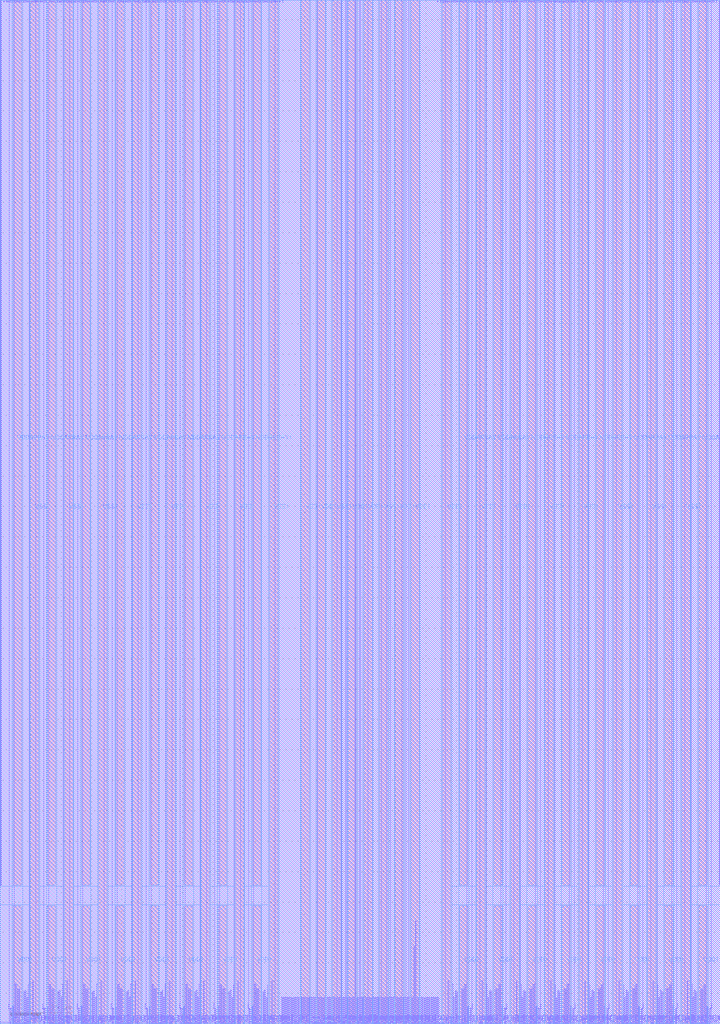
<source format=lef>
VERSION 5.7 ;
NAMESCASESENSITIVE ON ;
BUSBITCHARS "[]" ;
DIVIDERCHAR "/" ;

PROPERTYDEFINITIONS
END PROPERTYDEFINITIONS


MACRO RM_IHPSG13_1P_1024x16_c2_bm_bist
    CLASS BLOCK ;
    SIZE 236.8 BY 336.46 ;
    SYMMETRY X Y R90 ;
    PIN A_DIN[8]
        DIRECTION INPUT ; 
        USE SIGNAL ; 
        ANTENNAPARTIALMETALAREA 1.794 LAYER Metal2 ;
        ANTENNAGATEAREA 0.20085 LAYER Metal2 ;
        ANTENNAMAXAREACAR 9.83819 LAYER Metal2 ;
        PORT
            LAYER Metal2 ;
              RECT  154.57 0 154.83 0.26 ;
        END
    END A_DIN[8]
    PIN A_DIN[7]
        DIRECTION INPUT ; 
        USE SIGNAL ; 
        ANTENNAPARTIALMETALAREA 1.794 LAYER Metal2 ;
        ANTENNAGATEAREA 0.20085 LAYER Metal2 ;
        ANTENNAMAXAREACAR 9.83819 LAYER Metal2 ;
        PORT
            LAYER Metal2 ;
              RECT  81.97 0 82.23 0.26 ;
        END
    END A_DIN[7]
    PIN A_BIST_DIN[8]
        DIRECTION INPUT ; 
        USE SIGNAL ; 
        ANTENNAPARTIALMETALAREA 1.6263 LAYER Metal2 ;
        ANTENNAGATEAREA 0.20085 LAYER Metal2 ;
        ANTENNAMAXAREACAR 9.36594 LAYER Metal2 ;
        PORT
            LAYER Metal2 ;
              RECT  153.715 0 153.975 0.26 ;
        END
    END A_BIST_DIN[8]
    PIN A_BIST_DIN[7]
        DIRECTION INPUT ; 
        USE SIGNAL ; 
        ANTENNAPARTIALMETALAREA 1.6263 LAYER Metal2 ;
        ANTENNAGATEAREA 0.20085 LAYER Metal2 ;
        ANTENNAMAXAREACAR 9.36594 LAYER Metal2 ;
        PORT
            LAYER Metal2 ;
              RECT  82.825 0 83.085 0.26 ;
        END
    END A_BIST_DIN[7]
    PIN A_BM[8]
        DIRECTION INPUT ; 
        USE SIGNAL ; 
        ANTENNAPARTIALMETALAREA 0.7215 LAYER Metal2 ;
        ANTENNAGATEAREA 0.20085 LAYER Metal2 ;
        ANTENNAMAXAREACAR 4.49838 LAYER Metal2 ;
        PORT
            LAYER Metal2 ;
              RECT  146.73 0 146.99 0.26 ;
        END
    END A_BM[8]
    PIN A_BM[7]
        DIRECTION INPUT ; 
        USE SIGNAL ; 
        ANTENNAPARTIALMETALAREA 0.7215 LAYER Metal2 ;
        ANTENNAGATEAREA 0.20085 LAYER Metal2 ;
        ANTENNAMAXAREACAR 4.49838 LAYER Metal2 ;
        PORT
            LAYER Metal2 ;
              RECT  89.81 0 90.07 0.26 ;
        END
    END A_BM[7]
    PIN A_BIST_BM[8]
        DIRECTION INPUT ; 
        USE SIGNAL ; 
        ANTENNAPARTIALMETALAREA 0.7605 LAYER Metal2 ;
        ANTENNAGATEAREA 0.20085 LAYER Metal2 ;
        ANTENNAMAXAREACAR 5.05527 LAYER Metal2 ;
        PORT
            LAYER Metal2 ;
              RECT  148.105 0 148.365 0.26 ;
        END
    END A_BIST_BM[8]
    PIN A_BIST_BM[7]
        DIRECTION INPUT ; 
        USE SIGNAL ; 
        ANTENNAPARTIALMETALAREA 0.7605 LAYER Metal2 ;
        ANTENNAGATEAREA 0.20085 LAYER Metal2 ;
        ANTENNAMAXAREACAR 5.05527 LAYER Metal2 ;
        PORT
            LAYER Metal2 ;
              RECT  88.435 0 88.695 0.26 ;
        END
    END A_BIST_BM[7]
    PIN A_DOUT[8]
        DIRECTION OUTPUT ; 
        USE SIGNAL ; 
        ANTENNAPARTIALMETALAREA 3.7095 LAYER Metal2 ;
        ANTENNADIFFAREA 0.988 LAYER Metal2 ;
        PORT
            LAYER Metal2 ;
              RECT  147.24 0 147.5 0.26 ;
        END
    END A_DOUT[8]
    PIN A_DOUT[7]
        DIRECTION OUTPUT ; 
        USE SIGNAL ; 
        ANTENNAPARTIALMETALAREA 3.7095 LAYER Metal2 ;
        ANTENNADIFFAREA 0.988 LAYER Metal2 ;
        PORT
            LAYER Metal2 ;
              RECT  89.3 0 89.56 0.26 ;
        END
    END A_DOUT[7]
    PIN VSS!
        DIRECTION INOUT ; 
        USE GROUND ; 
        PORT
            LAYER Metal4 ;
              RECT  224.11 0 226.92 336.46 ;
        END
        PORT
            LAYER Metal4 ;
              RECT  212.87 0 215.68 336.46 ;
        END
        PORT
            LAYER Metal4 ;
              RECT  201.63 0 204.44 336.46 ;
        END
        PORT
            LAYER Metal4 ;
              RECT  190.39 0 193.2 336.46 ;
        END
        PORT
            LAYER Metal4 ;
              RECT  179.15 0 181.96 336.46 ;
        END
        PORT
            LAYER Metal4 ;
              RECT  167.91 0 170.72 336.46 ;
        END
        PORT
            LAYER Metal4 ;
              RECT  156.67 0 159.48 336.46 ;
        END
        PORT
            LAYER Metal4 ;
              RECT  145.43 0 148.24 336.46 ;
        END
        PORT
            LAYER Metal4 ;
              RECT  135.02 0 137.83 336.46 ;
        END
        PORT
            LAYER Metal4 ;
              RECT  124.72 0 127.53 336.46 ;
        END
        PORT
            LAYER Metal4 ;
              RECT  109.27 0 112.08 336.46 ;
        END
        PORT
            LAYER Metal4 ;
              RECT  98.97 0 101.78 336.46 ;
        END
        PORT
            LAYER Metal4 ;
              RECT  88.56 0 91.37 336.46 ;
        END
        PORT
            LAYER Metal4 ;
              RECT  77.32 0 80.13 336.46 ;
        END
        PORT
            LAYER Metal4 ;
              RECT  66.08 0 68.89 336.46 ;
        END
        PORT
            LAYER Metal4 ;
              RECT  54.84 0 57.65 336.46 ;
        END
        PORT
            LAYER Metal4 ;
              RECT  43.6 0 46.41 336.46 ;
        END
        PORT
            LAYER Metal4 ;
              RECT  32.36 0 35.17 336.46 ;
        END
        PORT
            LAYER Metal4 ;
              RECT  21.12 0 23.93 336.46 ;
        END
        PORT
            LAYER Metal4 ;
              RECT  9.88 0 12.69 336.46 ;
        END
    END VSS!
    PIN VDD!
        DIRECTION INOUT ; 
        USE POWER ; 
        PORT
            LAYER Metal4 ;
              RECT  229.73 0 232.54 38.825 ;
        END
        PORT
            LAYER Metal4 ;
              RECT  218.49 0 221.3 38.825 ;
        END
        PORT
            LAYER Metal4 ;
              RECT  207.25 0 210.06 38.825 ;
        END
        PORT
            LAYER Metal4 ;
              RECT  196.01 0 198.82 38.825 ;
        END
        PORT
            LAYER Metal4 ;
              RECT  184.77 0 187.58 38.825 ;
        END
        PORT
            LAYER Metal4 ;
              RECT  173.53 0 176.34 38.825 ;
        END
        PORT
            LAYER Metal4 ;
              RECT  162.29 0 165.1 38.825 ;
        END
        PORT
            LAYER Metal4 ;
              RECT  151.05 0 153.86 38.825 ;
        END
        PORT
            LAYER Metal4 ;
              RECT  129.87 0 132.68 336.46 ;
        END
        PORT
            LAYER Metal4 ;
              RECT  119.57 0 122.38 336.46 ;
        END
        PORT
            LAYER Metal4 ;
              RECT  114.42 0 117.23 336.46 ;
        END
        PORT
            LAYER Metal4 ;
              RECT  104.12 0 106.93 336.46 ;
        END
        PORT
            LAYER Metal4 ;
              RECT  82.94 0 85.75 38.825 ;
        END
        PORT
            LAYER Metal4 ;
              RECT  71.7 0 74.51 38.825 ;
        END
        PORT
            LAYER Metal4 ;
              RECT  60.46 0 63.27 38.825 ;
        END
        PORT
            LAYER Metal4 ;
              RECT  49.22 0 52.03 38.825 ;
        END
        PORT
            LAYER Metal4 ;
              RECT  37.98 0 40.79 38.825 ;
        END
        PORT
            LAYER Metal4 ;
              RECT  26.74 0 29.55 38.825 ;
        END
        PORT
            LAYER Metal4 ;
              RECT  15.5 0 18.31 38.825 ;
        END
        PORT
            LAYER Metal4 ;
              RECT  4.26 0 7.07 38.825 ;
        END
    END VDD!
    PIN VDDARRAY!
        DIRECTION INOUT ; 
        USE POWER ; 
        PORT
            LAYER Metal4 ;
              RECT  229.73 45.465 232.54 336.46 ;
        END
        PORT
            LAYER Metal4 ;
              RECT  218.49 45.465 221.3 336.46 ;
        END
        PORT
            LAYER Metal4 ;
              RECT  207.25 45.465 210.06 336.46 ;
        END
        PORT
            LAYER Metal4 ;
              RECT  196.01 45.465 198.82 336.46 ;
        END
        PORT
            LAYER Metal4 ;
              RECT  184.77 45.465 187.58 336.46 ;
        END
        PORT
            LAYER Metal4 ;
              RECT  173.53 45.465 176.34 336.46 ;
        END
        PORT
            LAYER Metal4 ;
              RECT  162.29 45.465 165.1 336.46 ;
        END
        PORT
            LAYER Metal4 ;
              RECT  151.05 45.465 153.86 336.46 ;
        END
        PORT
            LAYER Metal4 ;
              RECT  82.94 45.465 85.75 336.46 ;
        END
        PORT
            LAYER Metal4 ;
              RECT  71.7 45.465 74.51 336.46 ;
        END
        PORT
            LAYER Metal4 ;
              RECT  60.46 45.465 63.27 336.46 ;
        END
        PORT
            LAYER Metal4 ;
              RECT  49.22 45.465 52.03 336.46 ;
        END
        PORT
            LAYER Metal4 ;
              RECT  37.98 45.465 40.79 336.46 ;
        END
        PORT
            LAYER Metal4 ;
              RECT  26.74 45.465 29.55 336.46 ;
        END
        PORT
            LAYER Metal4 ;
              RECT  15.5 45.465 18.31 336.46 ;
        END
        PORT
            LAYER Metal4 ;
              RECT  4.26 45.465 7.07 336.46 ;
        END
    END VDDARRAY!
    PIN A_DIN[9]
        DIRECTION INPUT ; 
        USE SIGNAL ; 
        ANTENNAPARTIALMETALAREA 1.794 LAYER Metal2 ;
        ANTENNAGATEAREA 0.20085 LAYER Metal2 ;
        ANTENNAMAXAREACAR 9.83819 LAYER Metal2 ;
        PORT
            LAYER Metal2 ;
              RECT  165.81 0 166.07 0.26 ;
        END
    END A_DIN[9]
    PIN A_DIN[6]
        DIRECTION INPUT ; 
        USE SIGNAL ; 
        ANTENNAPARTIALMETALAREA 1.794 LAYER Metal2 ;
        ANTENNAGATEAREA 0.20085 LAYER Metal2 ;
        ANTENNAMAXAREACAR 9.83819 LAYER Metal2 ;
        PORT
            LAYER Metal2 ;
              RECT  70.73 0 70.99 0.26 ;
        END
    END A_DIN[6]
    PIN A_BIST_DIN[9]
        DIRECTION INPUT ; 
        USE SIGNAL ; 
        ANTENNAPARTIALMETALAREA 1.6263 LAYER Metal2 ;
        ANTENNAGATEAREA 0.20085 LAYER Metal2 ;
        ANTENNAMAXAREACAR 9.36594 LAYER Metal2 ;
        PORT
            LAYER Metal2 ;
              RECT  164.955 0 165.215 0.26 ;
        END
    END A_BIST_DIN[9]
    PIN A_BIST_DIN[6]
        DIRECTION INPUT ; 
        USE SIGNAL ; 
        ANTENNAPARTIALMETALAREA 1.6263 LAYER Metal2 ;
        ANTENNAGATEAREA 0.20085 LAYER Metal2 ;
        ANTENNAMAXAREACAR 9.36594 LAYER Metal2 ;
        PORT
            LAYER Metal2 ;
              RECT  71.585 0 71.845 0.26 ;
        END
    END A_BIST_DIN[6]
    PIN A_BM[9]
        DIRECTION INPUT ; 
        USE SIGNAL ; 
        ANTENNAPARTIALMETALAREA 0.7215 LAYER Metal2 ;
        ANTENNAGATEAREA 0.20085 LAYER Metal2 ;
        ANTENNAMAXAREACAR 4.49838 LAYER Metal2 ;
        PORT
            LAYER Metal2 ;
              RECT  157.97 0 158.23 0.26 ;
        END
    END A_BM[9]
    PIN A_BM[6]
        DIRECTION INPUT ; 
        USE SIGNAL ; 
        ANTENNAPARTIALMETALAREA 0.7215 LAYER Metal2 ;
        ANTENNAGATEAREA 0.20085 LAYER Metal2 ;
        ANTENNAMAXAREACAR 4.49838 LAYER Metal2 ;
        PORT
            LAYER Metal2 ;
              RECT  78.57 0 78.83 0.26 ;
        END
    END A_BM[6]
    PIN A_BIST_BM[9]
        DIRECTION INPUT ; 
        USE SIGNAL ; 
        ANTENNAPARTIALMETALAREA 0.7605 LAYER Metal2 ;
        ANTENNAGATEAREA 0.20085 LAYER Metal2 ;
        ANTENNAMAXAREACAR 5.05527 LAYER Metal2 ;
        PORT
            LAYER Metal2 ;
              RECT  159.345 0 159.605 0.26 ;
        END
    END A_BIST_BM[9]
    PIN A_BIST_BM[6]
        DIRECTION INPUT ; 
        USE SIGNAL ; 
        ANTENNAPARTIALMETALAREA 0.7605 LAYER Metal2 ;
        ANTENNAGATEAREA 0.20085 LAYER Metal2 ;
        ANTENNAMAXAREACAR 5.05527 LAYER Metal2 ;
        PORT
            LAYER Metal2 ;
              RECT  77.195 0 77.455 0.26 ;
        END
    END A_BIST_BM[6]
    PIN A_DOUT[9]
        DIRECTION OUTPUT ; 
        USE SIGNAL ; 
        ANTENNAPARTIALMETALAREA 3.7095 LAYER Metal2 ;
        ANTENNADIFFAREA 0.988 LAYER Metal2 ;
        PORT
            LAYER Metal2 ;
              RECT  158.48 0 158.74 0.26 ;
        END
    END A_DOUT[9]
    PIN A_DOUT[6]
        DIRECTION OUTPUT ; 
        USE SIGNAL ; 
        ANTENNAPARTIALMETALAREA 3.7095 LAYER Metal2 ;
        ANTENNADIFFAREA 0.988 LAYER Metal2 ;
        PORT
            LAYER Metal2 ;
              RECT  78.06 0 78.32 0.26 ;
        END
    END A_DOUT[6]
    PIN A_DIN[10]
        DIRECTION INPUT ; 
        USE SIGNAL ; 
        ANTENNAPARTIALMETALAREA 1.794 LAYER Metal2 ;
        ANTENNAGATEAREA 0.20085 LAYER Metal2 ;
        ANTENNAMAXAREACAR 9.83819 LAYER Metal2 ;
        PORT
            LAYER Metal2 ;
              RECT  177.05 0 177.31 0.26 ;
        END
    END A_DIN[10]
    PIN A_DIN[5]
        DIRECTION INPUT ; 
        USE SIGNAL ; 
        ANTENNAPARTIALMETALAREA 1.794 LAYER Metal2 ;
        ANTENNAGATEAREA 0.20085 LAYER Metal2 ;
        ANTENNAMAXAREACAR 9.83819 LAYER Metal2 ;
        PORT
            LAYER Metal2 ;
              RECT  59.49 0 59.75 0.26 ;
        END
    END A_DIN[5]
    PIN A_BIST_DIN[10]
        DIRECTION INPUT ; 
        USE SIGNAL ; 
        ANTENNAPARTIALMETALAREA 1.6263 LAYER Metal2 ;
        ANTENNAGATEAREA 0.20085 LAYER Metal2 ;
        ANTENNAMAXAREACAR 9.36594 LAYER Metal2 ;
        PORT
            LAYER Metal2 ;
              RECT  176.195 0 176.455 0.26 ;
        END
    END A_BIST_DIN[10]
    PIN A_BIST_DIN[5]
        DIRECTION INPUT ; 
        USE SIGNAL ; 
        ANTENNAPARTIALMETALAREA 1.6263 LAYER Metal2 ;
        ANTENNAGATEAREA 0.20085 LAYER Metal2 ;
        ANTENNAMAXAREACAR 9.36594 LAYER Metal2 ;
        PORT
            LAYER Metal2 ;
              RECT  60.345 0 60.605 0.26 ;
        END
    END A_BIST_DIN[5]
    PIN A_BM[10]
        DIRECTION INPUT ; 
        USE SIGNAL ; 
        ANTENNAPARTIALMETALAREA 0.7215 LAYER Metal2 ;
        ANTENNAGATEAREA 0.20085 LAYER Metal2 ;
        ANTENNAMAXAREACAR 4.49838 LAYER Metal2 ;
        PORT
            LAYER Metal2 ;
              RECT  169.21 0 169.47 0.26 ;
        END
    END A_BM[10]
    PIN A_BM[5]
        DIRECTION INPUT ; 
        USE SIGNAL ; 
        ANTENNAPARTIALMETALAREA 0.7215 LAYER Metal2 ;
        ANTENNAGATEAREA 0.20085 LAYER Metal2 ;
        ANTENNAMAXAREACAR 4.49838 LAYER Metal2 ;
        PORT
            LAYER Metal2 ;
              RECT  67.33 0 67.59 0.26 ;
        END
    END A_BM[5]
    PIN A_BIST_BM[10]
        DIRECTION INPUT ; 
        USE SIGNAL ; 
        ANTENNAPARTIALMETALAREA 0.7605 LAYER Metal2 ;
        ANTENNAGATEAREA 0.20085 LAYER Metal2 ;
        ANTENNAMAXAREACAR 5.05527 LAYER Metal2 ;
        PORT
            LAYER Metal2 ;
              RECT  170.585 0 170.845 0.26 ;
        END
    END A_BIST_BM[10]
    PIN A_BIST_BM[5]
        DIRECTION INPUT ; 
        USE SIGNAL ; 
        ANTENNAPARTIALMETALAREA 0.7605 LAYER Metal2 ;
        ANTENNAGATEAREA 0.20085 LAYER Metal2 ;
        ANTENNAMAXAREACAR 5.05527 LAYER Metal2 ;
        PORT
            LAYER Metal2 ;
              RECT  65.955 0 66.215 0.26 ;
        END
    END A_BIST_BM[5]
    PIN A_DOUT[10]
        DIRECTION OUTPUT ; 
        USE SIGNAL ; 
        ANTENNAPARTIALMETALAREA 3.7095 LAYER Metal2 ;
        ANTENNADIFFAREA 0.988 LAYER Metal2 ;
        PORT
            LAYER Metal2 ;
              RECT  169.72 0 169.98 0.26 ;
        END
    END A_DOUT[10]
    PIN A_DOUT[5]
        DIRECTION OUTPUT ; 
        USE SIGNAL ; 
        ANTENNAPARTIALMETALAREA 3.7095 LAYER Metal2 ;
        ANTENNADIFFAREA 0.988 LAYER Metal2 ;
        PORT
            LAYER Metal2 ;
              RECT  66.82 0 67.08 0.26 ;
        END
    END A_DOUT[5]
    PIN A_DIN[11]
        DIRECTION INPUT ; 
        USE SIGNAL ; 
        ANTENNAPARTIALMETALAREA 1.794 LAYER Metal2 ;
        ANTENNAGATEAREA 0.20085 LAYER Metal2 ;
        ANTENNAMAXAREACAR 9.83819 LAYER Metal2 ;
        PORT
            LAYER Metal2 ;
              RECT  188.29 0 188.55 0.26 ;
        END
    END A_DIN[11]
    PIN A_DIN[4]
        DIRECTION INPUT ; 
        USE SIGNAL ; 
        ANTENNAPARTIALMETALAREA 1.794 LAYER Metal2 ;
        ANTENNAGATEAREA 0.20085 LAYER Metal2 ;
        ANTENNAMAXAREACAR 9.83819 LAYER Metal2 ;
        PORT
            LAYER Metal2 ;
              RECT  48.25 0 48.51 0.26 ;
        END
    END A_DIN[4]
    PIN A_BIST_DIN[11]
        DIRECTION INPUT ; 
        USE SIGNAL ; 
        ANTENNAPARTIALMETALAREA 1.6263 LAYER Metal2 ;
        ANTENNAGATEAREA 0.20085 LAYER Metal2 ;
        ANTENNAMAXAREACAR 9.36594 LAYER Metal2 ;
        PORT
            LAYER Metal2 ;
              RECT  187.435 0 187.695 0.26 ;
        END
    END A_BIST_DIN[11]
    PIN A_BIST_DIN[4]
        DIRECTION INPUT ; 
        USE SIGNAL ; 
        ANTENNAPARTIALMETALAREA 1.6263 LAYER Metal2 ;
        ANTENNAGATEAREA 0.20085 LAYER Metal2 ;
        ANTENNAMAXAREACAR 9.36594 LAYER Metal2 ;
        PORT
            LAYER Metal2 ;
              RECT  49.105 0 49.365 0.26 ;
        END
    END A_BIST_DIN[4]
    PIN A_BM[11]
        DIRECTION INPUT ; 
        USE SIGNAL ; 
        ANTENNAPARTIALMETALAREA 0.7215 LAYER Metal2 ;
        ANTENNAGATEAREA 0.20085 LAYER Metal2 ;
        ANTENNAMAXAREACAR 4.49838 LAYER Metal2 ;
        PORT
            LAYER Metal2 ;
              RECT  180.45 0 180.71 0.26 ;
        END
    END A_BM[11]
    PIN A_BM[4]
        DIRECTION INPUT ; 
        USE SIGNAL ; 
        ANTENNAPARTIALMETALAREA 0.7215 LAYER Metal2 ;
        ANTENNAGATEAREA 0.20085 LAYER Metal2 ;
        ANTENNAMAXAREACAR 4.49838 LAYER Metal2 ;
        PORT
            LAYER Metal2 ;
              RECT  56.09 0 56.35 0.26 ;
        END
    END A_BM[4]
    PIN A_BIST_BM[11]
        DIRECTION INPUT ; 
        USE SIGNAL ; 
        ANTENNAPARTIALMETALAREA 0.7605 LAYER Metal2 ;
        ANTENNAGATEAREA 0.20085 LAYER Metal2 ;
        ANTENNAMAXAREACAR 5.05527 LAYER Metal2 ;
        PORT
            LAYER Metal2 ;
              RECT  181.825 0 182.085 0.26 ;
        END
    END A_BIST_BM[11]
    PIN A_BIST_BM[4]
        DIRECTION INPUT ; 
        USE SIGNAL ; 
        ANTENNAPARTIALMETALAREA 0.7605 LAYER Metal2 ;
        ANTENNAGATEAREA 0.20085 LAYER Metal2 ;
        ANTENNAMAXAREACAR 5.05527 LAYER Metal2 ;
        PORT
            LAYER Metal2 ;
              RECT  54.715 0 54.975 0.26 ;
        END
    END A_BIST_BM[4]
    PIN A_DOUT[11]
        DIRECTION OUTPUT ; 
        USE SIGNAL ; 
        ANTENNAPARTIALMETALAREA 3.7095 LAYER Metal2 ;
        ANTENNADIFFAREA 0.988 LAYER Metal2 ;
        PORT
            LAYER Metal2 ;
              RECT  180.96 0 181.22 0.26 ;
        END
    END A_DOUT[11]
    PIN A_DOUT[4]
        DIRECTION OUTPUT ; 
        USE SIGNAL ; 
        ANTENNAPARTIALMETALAREA 3.7095 LAYER Metal2 ;
        ANTENNADIFFAREA 0.988 LAYER Metal2 ;
        PORT
            LAYER Metal2 ;
              RECT  55.58 0 55.84 0.26 ;
        END
    END A_DOUT[4]
    PIN A_DIN[12]
        DIRECTION INPUT ; 
        USE SIGNAL ; 
        ANTENNAPARTIALMETALAREA 1.794 LAYER Metal2 ;
        ANTENNAGATEAREA 0.20085 LAYER Metal2 ;
        ANTENNAMAXAREACAR 9.83819 LAYER Metal2 ;
        PORT
            LAYER Metal2 ;
              RECT  199.53 0 199.79 0.26 ;
        END
    END A_DIN[12]
    PIN A_DIN[3]
        DIRECTION INPUT ; 
        USE SIGNAL ; 
        ANTENNAPARTIALMETALAREA 1.794 LAYER Metal2 ;
        ANTENNAGATEAREA 0.20085 LAYER Metal2 ;
        ANTENNAMAXAREACAR 9.83819 LAYER Metal2 ;
        PORT
            LAYER Metal2 ;
              RECT  37.01 0 37.27 0.26 ;
        END
    END A_DIN[3]
    PIN A_BIST_DIN[12]
        DIRECTION INPUT ; 
        USE SIGNAL ; 
        ANTENNAPARTIALMETALAREA 1.6263 LAYER Metal2 ;
        ANTENNAGATEAREA 0.20085 LAYER Metal2 ;
        ANTENNAMAXAREACAR 9.36594 LAYER Metal2 ;
        PORT
            LAYER Metal2 ;
              RECT  198.675 0 198.935 0.26 ;
        END
    END A_BIST_DIN[12]
    PIN A_BIST_DIN[3]
        DIRECTION INPUT ; 
        USE SIGNAL ; 
        ANTENNAPARTIALMETALAREA 1.6263 LAYER Metal2 ;
        ANTENNAGATEAREA 0.20085 LAYER Metal2 ;
        ANTENNAMAXAREACAR 9.36594 LAYER Metal2 ;
        PORT
            LAYER Metal2 ;
              RECT  37.865 0 38.125 0.26 ;
        END
    END A_BIST_DIN[3]
    PIN A_BM[12]
        DIRECTION INPUT ; 
        USE SIGNAL ; 
        ANTENNAPARTIALMETALAREA 0.7215 LAYER Metal2 ;
        ANTENNAGATEAREA 0.20085 LAYER Metal2 ;
        ANTENNAMAXAREACAR 4.49838 LAYER Metal2 ;
        PORT
            LAYER Metal2 ;
              RECT  191.69 0 191.95 0.26 ;
        END
    END A_BM[12]
    PIN A_BM[3]
        DIRECTION INPUT ; 
        USE SIGNAL ; 
        ANTENNAPARTIALMETALAREA 0.7215 LAYER Metal2 ;
        ANTENNAGATEAREA 0.20085 LAYER Metal2 ;
        ANTENNAMAXAREACAR 4.49838 LAYER Metal2 ;
        PORT
            LAYER Metal2 ;
              RECT  44.85 0 45.11 0.26 ;
        END
    END A_BM[3]
    PIN A_BIST_BM[12]
        DIRECTION INPUT ; 
        USE SIGNAL ; 
        ANTENNAPARTIALMETALAREA 0.7605 LAYER Metal2 ;
        ANTENNAGATEAREA 0.20085 LAYER Metal2 ;
        ANTENNAMAXAREACAR 5.05527 LAYER Metal2 ;
        PORT
            LAYER Metal2 ;
              RECT  193.065 0 193.325 0.26 ;
        END
    END A_BIST_BM[12]
    PIN A_BIST_BM[3]
        DIRECTION INPUT ; 
        USE SIGNAL ; 
        ANTENNAPARTIALMETALAREA 0.7605 LAYER Metal2 ;
        ANTENNAGATEAREA 0.20085 LAYER Metal2 ;
        ANTENNAMAXAREACAR 5.05527 LAYER Metal2 ;
        PORT
            LAYER Metal2 ;
              RECT  43.475 0 43.735 0.26 ;
        END
    END A_BIST_BM[3]
    PIN A_DOUT[12]
        DIRECTION OUTPUT ; 
        USE SIGNAL ; 
        ANTENNAPARTIALMETALAREA 3.7095 LAYER Metal2 ;
        ANTENNADIFFAREA 0.988 LAYER Metal2 ;
        PORT
            LAYER Metal2 ;
              RECT  192.2 0 192.46 0.26 ;
        END
    END A_DOUT[12]
    PIN A_DOUT[3]
        DIRECTION OUTPUT ; 
        USE SIGNAL ; 
        ANTENNAPARTIALMETALAREA 3.7095 LAYER Metal2 ;
        ANTENNADIFFAREA 0.988 LAYER Metal2 ;
        PORT
            LAYER Metal2 ;
              RECT  44.34 0 44.6 0.26 ;
        END
    END A_DOUT[3]
    PIN A_DIN[13]
        DIRECTION INPUT ; 
        USE SIGNAL ; 
        ANTENNAPARTIALMETALAREA 1.794 LAYER Metal2 ;
        ANTENNAGATEAREA 0.20085 LAYER Metal2 ;
        ANTENNAMAXAREACAR 9.83819 LAYER Metal2 ;
        PORT
            LAYER Metal2 ;
              RECT  210.77 0 211.03 0.26 ;
        END
    END A_DIN[13]
    PIN A_DIN[2]
        DIRECTION INPUT ; 
        USE SIGNAL ; 
        ANTENNAPARTIALMETALAREA 1.794 LAYER Metal2 ;
        ANTENNAGATEAREA 0.20085 LAYER Metal2 ;
        ANTENNAMAXAREACAR 9.83819 LAYER Metal2 ;
        PORT
            LAYER Metal2 ;
              RECT  25.77 0 26.03 0.26 ;
        END
    END A_DIN[2]
    PIN A_BIST_DIN[13]
        DIRECTION INPUT ; 
        USE SIGNAL ; 
        ANTENNAPARTIALMETALAREA 1.6263 LAYER Metal2 ;
        ANTENNAGATEAREA 0.20085 LAYER Metal2 ;
        ANTENNAMAXAREACAR 9.36594 LAYER Metal2 ;
        PORT
            LAYER Metal2 ;
              RECT  209.915 0 210.175 0.26 ;
        END
    END A_BIST_DIN[13]
    PIN A_BIST_DIN[2]
        DIRECTION INPUT ; 
        USE SIGNAL ; 
        ANTENNAPARTIALMETALAREA 1.6263 LAYER Metal2 ;
        ANTENNAGATEAREA 0.20085 LAYER Metal2 ;
        ANTENNAMAXAREACAR 9.36594 LAYER Metal2 ;
        PORT
            LAYER Metal2 ;
              RECT  26.625 0 26.885 0.26 ;
        END
    END A_BIST_DIN[2]
    PIN A_BM[13]
        DIRECTION INPUT ; 
        USE SIGNAL ; 
        ANTENNAPARTIALMETALAREA 0.7215 LAYER Metal2 ;
        ANTENNAGATEAREA 0.20085 LAYER Metal2 ;
        ANTENNAMAXAREACAR 4.49838 LAYER Metal2 ;
        PORT
            LAYER Metal2 ;
              RECT  202.93 0 203.19 0.26 ;
        END
    END A_BM[13]
    PIN A_BM[2]
        DIRECTION INPUT ; 
        USE SIGNAL ; 
        ANTENNAPARTIALMETALAREA 0.7215 LAYER Metal2 ;
        ANTENNAGATEAREA 0.20085 LAYER Metal2 ;
        ANTENNAMAXAREACAR 4.49838 LAYER Metal2 ;
        PORT
            LAYER Metal2 ;
              RECT  33.61 0 33.87 0.26 ;
        END
    END A_BM[2]
    PIN A_BIST_BM[13]
        DIRECTION INPUT ; 
        USE SIGNAL ; 
        ANTENNAPARTIALMETALAREA 0.7605 LAYER Metal2 ;
        ANTENNAGATEAREA 0.20085 LAYER Metal2 ;
        ANTENNAMAXAREACAR 5.05527 LAYER Metal2 ;
        PORT
            LAYER Metal2 ;
              RECT  204.305 0 204.565 0.26 ;
        END
    END A_BIST_BM[13]
    PIN A_BIST_BM[2]
        DIRECTION INPUT ; 
        USE SIGNAL ; 
        ANTENNAPARTIALMETALAREA 0.7605 LAYER Metal2 ;
        ANTENNAGATEAREA 0.20085 LAYER Metal2 ;
        ANTENNAMAXAREACAR 5.05527 LAYER Metal2 ;
        PORT
            LAYER Metal2 ;
              RECT  32.235 0 32.495 0.26 ;
        END
    END A_BIST_BM[2]
    PIN A_DOUT[13]
        DIRECTION OUTPUT ; 
        USE SIGNAL ; 
        ANTENNAPARTIALMETALAREA 3.7095 LAYER Metal2 ;
        ANTENNADIFFAREA 0.988 LAYER Metal2 ;
        PORT
            LAYER Metal2 ;
              RECT  203.44 0 203.7 0.26 ;
        END
    END A_DOUT[13]
    PIN A_DOUT[2]
        DIRECTION OUTPUT ; 
        USE SIGNAL ; 
        ANTENNAPARTIALMETALAREA 3.7095 LAYER Metal2 ;
        ANTENNADIFFAREA 0.988 LAYER Metal2 ;
        PORT
            LAYER Metal2 ;
              RECT  33.1 0 33.36 0.26 ;
        END
    END A_DOUT[2]
    PIN A_DIN[14]
        DIRECTION INPUT ; 
        USE SIGNAL ; 
        ANTENNAPARTIALMETALAREA 1.794 LAYER Metal2 ;
        ANTENNAGATEAREA 0.20085 LAYER Metal2 ;
        ANTENNAMAXAREACAR 9.83819 LAYER Metal2 ;
        PORT
            LAYER Metal2 ;
              RECT  222.01 0 222.27 0.26 ;
        END
    END A_DIN[14]
    PIN A_DIN[1]
        DIRECTION INPUT ; 
        USE SIGNAL ; 
        ANTENNAPARTIALMETALAREA 1.794 LAYER Metal2 ;
        ANTENNAGATEAREA 0.20085 LAYER Metal2 ;
        ANTENNAMAXAREACAR 9.83819 LAYER Metal2 ;
        PORT
            LAYER Metal2 ;
              RECT  14.53 0 14.79 0.26 ;
        END
    END A_DIN[1]
    PIN A_BIST_DIN[14]
        DIRECTION INPUT ; 
        USE SIGNAL ; 
        ANTENNAPARTIALMETALAREA 1.6263 LAYER Metal2 ;
        ANTENNAGATEAREA 0.20085 LAYER Metal2 ;
        ANTENNAMAXAREACAR 9.36594 LAYER Metal2 ;
        PORT
            LAYER Metal2 ;
              RECT  221.155 0 221.415 0.26 ;
        END
    END A_BIST_DIN[14]
    PIN A_BIST_DIN[1]
        DIRECTION INPUT ; 
        USE SIGNAL ; 
        ANTENNAPARTIALMETALAREA 1.6263 LAYER Metal2 ;
        ANTENNAGATEAREA 0.20085 LAYER Metal2 ;
        ANTENNAMAXAREACAR 9.36594 LAYER Metal2 ;
        PORT
            LAYER Metal2 ;
              RECT  15.385 0 15.645 0.26 ;
        END
    END A_BIST_DIN[1]
    PIN A_BM[14]
        DIRECTION INPUT ; 
        USE SIGNAL ; 
        ANTENNAPARTIALMETALAREA 0.7215 LAYER Metal2 ;
        ANTENNAGATEAREA 0.20085 LAYER Metal2 ;
        ANTENNAMAXAREACAR 4.49838 LAYER Metal2 ;
        PORT
            LAYER Metal2 ;
              RECT  214.17 0 214.43 0.26 ;
        END
    END A_BM[14]
    PIN A_BM[1]
        DIRECTION INPUT ; 
        USE SIGNAL ; 
        ANTENNAPARTIALMETALAREA 0.7215 LAYER Metal2 ;
        ANTENNAGATEAREA 0.20085 LAYER Metal2 ;
        ANTENNAMAXAREACAR 4.49838 LAYER Metal2 ;
        PORT
            LAYER Metal2 ;
              RECT  22.37 0 22.63 0.26 ;
        END
    END A_BM[1]
    PIN A_BIST_BM[14]
        DIRECTION INPUT ; 
        USE SIGNAL ; 
        ANTENNAPARTIALMETALAREA 0.7605 LAYER Metal2 ;
        ANTENNAGATEAREA 0.20085 LAYER Metal2 ;
        ANTENNAMAXAREACAR 5.05527 LAYER Metal2 ;
        PORT
            LAYER Metal2 ;
              RECT  215.545 0 215.805 0.26 ;
        END
    END A_BIST_BM[14]
    PIN A_BIST_BM[1]
        DIRECTION INPUT ; 
        USE SIGNAL ; 
        ANTENNAPARTIALMETALAREA 0.7605 LAYER Metal2 ;
        ANTENNAGATEAREA 0.20085 LAYER Metal2 ;
        ANTENNAMAXAREACAR 5.05527 LAYER Metal2 ;
        PORT
            LAYER Metal2 ;
              RECT  20.995 0 21.255 0.26 ;
        END
    END A_BIST_BM[1]
    PIN A_DOUT[14]
        DIRECTION OUTPUT ; 
        USE SIGNAL ; 
        ANTENNAPARTIALMETALAREA 3.7095 LAYER Metal2 ;
        ANTENNADIFFAREA 0.988 LAYER Metal2 ;
        PORT
            LAYER Metal2 ;
              RECT  214.68 0 214.94 0.26 ;
        END
    END A_DOUT[14]
    PIN A_DOUT[1]
        DIRECTION OUTPUT ; 
        USE SIGNAL ; 
        ANTENNAPARTIALMETALAREA 3.7095 LAYER Metal2 ;
        ANTENNADIFFAREA 0.988 LAYER Metal2 ;
        PORT
            LAYER Metal2 ;
              RECT  21.86 0 22.12 0.26 ;
        END
    END A_DOUT[1]
    PIN A_DIN[15]
        DIRECTION INPUT ; 
        USE SIGNAL ; 
        ANTENNAPARTIALMETALAREA 1.794 LAYER Metal2 ;
        ANTENNAGATEAREA 0.20085 LAYER Metal2 ;
        ANTENNAMAXAREACAR 9.83819 LAYER Metal2 ;
        PORT
            LAYER Metal2 ;
              RECT  233.25 0 233.51 0.26 ;
        END
    END A_DIN[15]
    PIN A_DIN[0]
        DIRECTION INPUT ; 
        USE SIGNAL ; 
        ANTENNAPARTIALMETALAREA 1.794 LAYER Metal2 ;
        ANTENNAGATEAREA 0.20085 LAYER Metal2 ;
        ANTENNAMAXAREACAR 9.83819 LAYER Metal2 ;
        PORT
            LAYER Metal2 ;
              RECT  3.29 0 3.55 0.26 ;
        END
    END A_DIN[0]
    PIN A_BIST_DIN[15]
        DIRECTION INPUT ; 
        USE SIGNAL ; 
        ANTENNAPARTIALMETALAREA 1.6263 LAYER Metal2 ;
        ANTENNAGATEAREA 0.20085 LAYER Metal2 ;
        ANTENNAMAXAREACAR 9.36594 LAYER Metal2 ;
        PORT
            LAYER Metal2 ;
              RECT  232.395 0 232.655 0.26 ;
        END
    END A_BIST_DIN[15]
    PIN A_BIST_DIN[0]
        DIRECTION INPUT ; 
        USE SIGNAL ; 
        ANTENNAPARTIALMETALAREA 1.6263 LAYER Metal2 ;
        ANTENNAGATEAREA 0.20085 LAYER Metal2 ;
        ANTENNAMAXAREACAR 9.36594 LAYER Metal2 ;
        PORT
            LAYER Metal2 ;
              RECT  4.145 0 4.405 0.26 ;
        END
    END A_BIST_DIN[0]
    PIN A_BM[15]
        DIRECTION INPUT ; 
        USE SIGNAL ; 
        ANTENNAPARTIALMETALAREA 0.7215 LAYER Metal2 ;
        ANTENNAGATEAREA 0.20085 LAYER Metal2 ;
        ANTENNAMAXAREACAR 4.49838 LAYER Metal2 ;
        PORT
            LAYER Metal2 ;
              RECT  225.41 0 225.67 0.26 ;
        END
    END A_BM[15]
    PIN A_BM[0]
        DIRECTION INPUT ; 
        USE SIGNAL ; 
        ANTENNAPARTIALMETALAREA 0.7215 LAYER Metal2 ;
        ANTENNAGATEAREA 0.20085 LAYER Metal2 ;
        ANTENNAMAXAREACAR 4.49838 LAYER Metal2 ;
        PORT
            LAYER Metal2 ;
              RECT  11.13 0 11.39 0.26 ;
        END
    END A_BM[0]
    PIN A_BIST_BM[15]
        DIRECTION INPUT ; 
        USE SIGNAL ; 
        ANTENNAPARTIALMETALAREA 0.7605 LAYER Metal2 ;
        ANTENNAGATEAREA 0.20085 LAYER Metal2 ;
        ANTENNAMAXAREACAR 5.05527 LAYER Metal2 ;
        PORT
            LAYER Metal2 ;
              RECT  226.785 0 227.045 0.26 ;
        END
    END A_BIST_BM[15]
    PIN A_BIST_BM[0]
        DIRECTION INPUT ; 
        USE SIGNAL ; 
        ANTENNAPARTIALMETALAREA 0.7605 LAYER Metal2 ;
        ANTENNAGATEAREA 0.20085 LAYER Metal2 ;
        ANTENNAMAXAREACAR 5.05527 LAYER Metal2 ;
        PORT
            LAYER Metal2 ;
              RECT  9.755 0 10.015 0.26 ;
        END
    END A_BIST_BM[0]
    PIN A_DOUT[15]
        DIRECTION OUTPUT ; 
        USE SIGNAL ; 
        ANTENNAPARTIALMETALAREA 3.7095 LAYER Metal2 ;
        ANTENNADIFFAREA 0.988 LAYER Metal2 ;
        PORT
            LAYER Metal2 ;
              RECT  225.92 0 226.18 0.26 ;
        END
    END A_DOUT[15]
    PIN A_DOUT[0]
        DIRECTION OUTPUT ; 
        USE SIGNAL ; 
        ANTENNAPARTIALMETALAREA 3.7095 LAYER Metal2 ;
        ANTENNADIFFAREA 0.988 LAYER Metal2 ;
        PORT
            LAYER Metal2 ;
              RECT  10.62 0 10.88 0.26 ;
        END
    END A_DOUT[0]
    PIN A_ADDR[0]
        DIRECTION INPUT ; 
        USE SIGNAL ; 
        ANTENNAPARTIALMETALAREA 8.9011 LAYER Metal2 ;
        ANTENNAGATEAREA 0.20085 LAYER Metal2 ;
        ANTENNAMAXAREACAR 45.2233 LAYER Metal2 ;
        PORT
            LAYER Metal2 ;
              RECT  114.6 0 114.86 0.26 ;
        END
    END A_ADDR[0]
    PIN A_BIST_ADDR[0]
        DIRECTION INPUT ; 
        USE SIGNAL ; 
        ANTENNAPARTIALMETALAREA 9.6967 LAYER Metal2 ;
        ANTENNAGATEAREA 0.20085 LAYER Metal2 ;
        ANTENNAMAXAREACAR 49.1845 LAYER Metal2 ;
        PORT
            LAYER Metal2 ;
              RECT  119.19 0 119.45 0.26 ;
        END
    END A_BIST_ADDR[0]
    PIN A_ADDR[1]
        DIRECTION INPUT ; 
        USE SIGNAL ; 
        ANTENNAPARTIALMETALAREA 7.774 LAYER Metal2 ;
        ANTENNAGATEAREA 0.20085 LAYER Metal2 ;
        ANTENNAMAXAREACAR 39.657 LAYER Metal2 ;
        PORT
            LAYER Metal2 ;
              RECT  114.09 0 114.35 0.26 ;
        END
    END A_ADDR[1]
    PIN A_BIST_ADDR[1]
        DIRECTION INPUT ; 
        USE SIGNAL ; 
        ANTENNAPARTIALMETALAREA 8.5696 LAYER Metal2 ;
        ANTENNAGATEAREA 0.20085 LAYER Metal2 ;
        ANTENNAMAXAREACAR 43.6181 LAYER Metal2 ;
        PORT
            LAYER Metal2 ;
              RECT  118.68 0 118.94 0.26 ;
        END
    END A_BIST_ADDR[1]
    PIN A_ADDR[2]
        DIRECTION INPUT ; 
        USE SIGNAL ; 
        ANTENNAPARTIALMETALAREA 10.6327 LAYER Metal2 ;
        ANTENNAPARTIALMETALAREA 1.5246 LAYER Metal3 ;
        ANTENNAPARTIALCUTAREA 0.0722 LAYER Via2 ;
        ANTENNAGATEAREA 0.20085 LAYER Metal3 ;
        ANTENNAMAXAREACAR 9.41598 LAYER Metal3 ;
        PORT
            LAYER Metal2 ;
              RECT  122.25 0 122.51 0.26 ;
        END
    END A_ADDR[2]
    PIN A_BIST_ADDR[2]
        DIRECTION INPUT ; 
        USE SIGNAL ; 
        ANTENNAPARTIALMETALAREA 10.6327 LAYER Metal2 ;
        ANTENNAPARTIALMETALAREA 1.0962 LAYER Metal3 ;
        ANTENNAPARTIALCUTAREA 0.0722 LAYER Via2 ;
        ANTENNAGATEAREA 0.20085 LAYER Metal3 ;
        ANTENNAMAXAREACAR 7.81379 LAYER Metal3 ;
        PORT
            LAYER Metal2 ;
              RECT  122.76 0 123.02 0.26 ;
        END
    END A_BIST_ADDR[2]
    PIN A_ADDR[3]
        DIRECTION INPUT ; 
        USE SIGNAL ; 
        ANTENNAPARTIALMETALAREA 10.6327 LAYER Metal2 ;
        ANTENNAPARTIALMETALAREA 3.8367 LAYER Metal3 ;
        ANTENNAPARTIALCUTAREA 0.0722 LAYER Via2 ;
        ANTENNAGATEAREA 0.20085 LAYER Metal3 ;
        ANTENNAMAXAREACAR 20.9276 LAYER Metal3 ;
        PORT
            LAYER Metal2 ;
              RECT  121.23 0 121.49 0.26 ;
        END
    END A_ADDR[3]
    PIN A_BIST_ADDR[3]
        DIRECTION INPUT ; 
        USE SIGNAL ; 
        ANTENNAPARTIALMETALAREA 10.6327 LAYER Metal2 ;
        ANTENNAPARTIALMETALAREA 3.5175 LAYER Metal3 ;
        ANTENNAPARTIALCUTAREA 0.0722 LAYER Via2 ;
        ANTENNAGATEAREA 0.20085 LAYER Metal3 ;
        ANTENNAMAXAREACAR 19.8691 LAYER Metal3 ;
        PORT
            LAYER Metal2 ;
              RECT  121.74 0 122 0.26 ;
        END
    END A_BIST_ADDR[3]
    PIN A_ADDR[4]
        DIRECTION INPUT ; 
        USE SIGNAL ; 
        ANTENNAPARTIALMETALAREA 12.1979 LAYER Metal2 ;
        ANTENNAGATEAREA 0.20085 LAYER Metal2 ;
        ANTENNAMAXAREACAR 61.6375 LAYER Metal2 ;
        PORT
            LAYER Metal2 ;
              RECT  124.8 0 125.06 0.26 ;
        END
    END A_ADDR[4]
    PIN A_BIST_ADDR[4]
        DIRECTION INPUT ; 
        USE SIGNAL ; 
        ANTENNAPARTIALMETALAREA 11.9327 LAYER Metal2 ;
        ANTENNAGATEAREA 0.20085 LAYER Metal2 ;
        ANTENNAMAXAREACAR 60.3172 LAYER Metal2 ;
        PORT
            LAYER Metal2 ;
              RECT  124.29 0 124.55 0.26 ;
        END
    END A_BIST_ADDR[4]
    PIN A_ADDR[5]
        DIRECTION INPUT ; 
        USE SIGNAL ; 
        ANTENNAPARTIALMETALAREA 13.9269 LAYER Metal2 ;
        ANTENNAGATEAREA 0.20085 LAYER Metal2 ;
        ANTENNAMAXAREACAR 70.246 LAYER Metal2 ;
        PORT
            LAYER Metal2 ;
              RECT  123.78 0 124.04 0.26 ;
        END
    END A_ADDR[5]
    PIN A_BIST_ADDR[5]
        DIRECTION INPUT ; 
        USE SIGNAL ; 
        ANTENNAPARTIALMETALAREA 13.6617 LAYER Metal2 ;
        ANTENNAGATEAREA 0.20085 LAYER Metal2 ;
        ANTENNAMAXAREACAR 68.9256 LAYER Metal2 ;
        PORT
            LAYER Metal2 ;
              RECT  123.27 0 123.53 0.26 ;
        END
    END A_BIST_ADDR[5]
    PIN A_ADDR[6]
        DIRECTION INPUT ; 
        USE SIGNAL ; 
        ANTENNAPARTIALMETALAREA 10.9525 LAYER Metal2 ;
        ANTENNAGATEAREA 0.20085 LAYER Metal2 ;
        ANTENNAMAXAREACAR 55.4369 LAYER Metal2 ;
        PORT
            LAYER Metal2 ;
              RECT  102.36 0 102.62 0.26 ;
        END
    END A_ADDR[6]
    PIN A_BIST_ADDR[6]
        DIRECTION INPUT ; 
        USE SIGNAL ; 
        ANTENNAPARTIALMETALAREA 10.6771 LAYER Metal2 ;
        ANTENNAGATEAREA 0.20085 LAYER Metal2 ;
        ANTENNAMAXAREACAR 54.0657 LAYER Metal2 ;
        PORT
            LAYER Metal2 ;
              RECT  102.87 0 103.13 0.26 ;
        END
    END A_BIST_ADDR[6]
    PIN A_ADDR[7]
        DIRECTION INPUT ; 
        USE SIGNAL ; 
        ANTENNAPARTIALMETALAREA 12.4163 LAYER Metal2 ;
        ANTENNAGATEAREA 0.20085 LAYER Metal2 ;
        ANTENNAMAXAREACAR 62.7249 LAYER Metal2 ;
        PORT
            LAYER Metal2 ;
              RECT  103.38 0 103.64 0.26 ;
        END
    END A_ADDR[7]
    PIN A_BIST_ADDR[7]
        DIRECTION INPUT ; 
        USE SIGNAL ; 
        ANTENNAPARTIALMETALAREA 12.1511 LAYER Metal2 ;
        ANTENNAGATEAREA 0.20085 LAYER Metal2 ;
        ANTENNAMAXAREACAR 61.4045 LAYER Metal2 ;
        PORT
            LAYER Metal2 ;
              RECT  103.89 0 104.15 0.26 ;
        END
    END A_BIST_ADDR[7]
    PIN A_ADDR[8]
        DIRECTION INPUT ; 
        USE SIGNAL ; 
        ANTENNAPARTIALMETALAREA 10.3675 LAYER Metal2 ;
        ANTENNAPARTIALMETALAREA 1.5897 LAYER Metal3 ;
        ANTENNAPARTIALCUTAREA 0.0722 LAYER Via2 ;
        ANTENNAGATEAREA 0.20085 LAYER Metal3 ;
        ANTENNAMAXAREACAR 9.7401 LAYER Metal3 ;
        PORT
            LAYER Metal2 ;
              RECT  132.45 0 132.71 0.26 ;
        END
    END A_ADDR[8]
    PIN A_BIST_ADDR[8]
        DIRECTION INPUT ; 
        USE SIGNAL ; 
        ANTENNAPARTIALMETALAREA 10.3675 LAYER Metal2 ;
        ANTENNAPARTIALMETALAREA 1.3755 LAYER Metal3 ;
        ANTENNAPARTIALCUTAREA 0.0722 LAYER Via2 ;
        ANTENNAGATEAREA 0.20085 LAYER Metal3 ;
        ANTENNAMAXAREACAR 9.20438 LAYER Metal3 ;
        PORT
            LAYER Metal2 ;
              RECT  132.96 0 133.22 0.26 ;
        END
    END A_BIST_ADDR[8]
    PIN A_ADDR[9]
        DIRECTION INPUT ; 
        USE SIGNAL ; 
        ANTENNAPARTIALMETALAREA 12.2633 LAYER Metal2 ;
        ANTENNAGATEAREA 0.20085 LAYER Metal2 ;
        ANTENNAMAXAREACAR 61.9632 LAYER Metal2 ;
        PORT
            LAYER Metal2 ;
              RECT  127.35 0 127.61 0.26 ;
        END
    END A_ADDR[9]
    PIN A_BIST_ADDR[9]
        DIRECTION INPUT ; 
        USE SIGNAL ; 
        ANTENNAPARTIALMETALAREA 12.0083 LAYER Metal2 ;
        ANTENNAGATEAREA 0.20085 LAYER Metal2 ;
        ANTENNAMAXAREACAR 60.6936 LAYER Metal2 ;
        PORT
            LAYER Metal2 ;
              RECT  127.86 0 128.12 0.26 ;
        END
    END A_BIST_ADDR[9]
    PIN A_CLK
        DIRECTION INPUT ; 
        USE CLOCK ; 
        ANTENNAPARTIALMETALAREA 4.0547 LAYER Metal2 ;
        ANTENNAGATEAREA 0.20085 LAYER Metal2 ;
        ANTENNAMAXAREACAR 21.0939 LAYER Metal2 ;
        PORT
            LAYER Metal2 ;
              RECT  112.56 0 112.82 0.26 ;
        END
    END A_CLK
    PIN A_REN
        DIRECTION INPUT ; 
        USE SIGNAL ; 
        ANTENNAPARTIALMETALAREA 3.99505 LAYER Metal2 ;
        ANTENNAGATEAREA 0.20085 LAYER Metal2 ;
        ANTENNAMAXAREACAR 20.7969 LAYER Metal2 ;
        PORT
            LAYER Metal2 ;
              RECT  116.13 0 116.39 0.26 ;
        END
    END A_REN
    PIN A_WEN
        DIRECTION INPUT ; 
        USE SIGNAL ; 
        ANTENNAPARTIALMETALAREA 2.8847 LAYER Metal2 ;
        ANTENNAGATEAREA 0.20085 LAYER Metal2 ;
        ANTENNAMAXAREACAR 15.2686 LAYER Metal2 ;
        PORT
            LAYER Metal2 ;
              RECT  115.62 0 115.88 0.26 ;
        END
    END A_WEN
    PIN A_MEN
        DIRECTION INPUT ; 
        USE SIGNAL ; 
        ANTENNAPARTIALMETALAREA 3.0247 LAYER Metal2 ;
        ANTENNAGATEAREA 0.20085 LAYER Metal2 ;
        ANTENNAMAXAREACAR 15.9656 LAYER Metal2 ;
        PORT
            LAYER Metal2 ;
              RECT  113.07 0 113.33 0.26 ;
        END
    END A_MEN
    PIN A_DLY
        DIRECTION INPUT ; 
        USE SIGNAL ; 
        ANTENNAPARTIALMETALAREA 6.058 LAYER Metal2 ;
        ANTENNAGATEAREA 0.3367 LAYER Metal2 ;
        ANTENNAMAXAREACAR 18.5328 LAYER Metal2 ;
        PORT
            LAYER Metal2 ;
              RECT  134.49 0 134.75 0.26 ;
        END
    END A_DLY
    PIN A_BIST_EN
        DIRECTION INPUT ; 
        USE SIGNAL ; 
        ANTENNAPARTIALMETALAREA 3.9871 LAYER Metal2 ;
        ANTENNAPARTIALMETALAREA 114.626 LAYER Metal3 ;
        ANTENNAPARTIALCUTAREA 0.0722 LAYER Via2 ;
        ANTENNAGATEAREA 1.43 LAYER Metal2 ;
        ANTENNAGATEAREA 16.445 LAYER Metal3 ;
        ANTENNAMAXAREACAR 3.21364 LAYER Metal2 ;
        ANTENNAMAXAREACAR 17.243 LAYER Metal3 ;
        ANTENNAMAXCUTCAR 0.151469 LAYER Via2 ;
        PORT
            LAYER Metal2 ;
              RECT  115.11 0 115.37 0.26 ;
        END
    END A_BIST_EN
    PIN A_BIST_CLK
        DIRECTION INPUT ; 
        USE CLOCK ; 
        ANTENNAPARTIALMETALAREA 4.1639 LAYER Metal2 ;
        ANTENNAGATEAREA 0.20085 LAYER Metal2 ;
        ANTENNAMAXAREACAR 21.9534 LAYER Metal2 ;
        PORT
            LAYER Metal2 ;
              RECT  111.03 0 111.29 0.26 ;
        END
    END A_BIST_CLK
    PIN A_BIST_REN
        DIRECTION INPUT ; 
        USE SIGNAL ; 
        ANTENNAPARTIALMETALAREA 4.1119 LAYER Metal2 ;
        ANTENNAGATEAREA 0.20085 LAYER Metal2 ;
        ANTENNAMAXAREACAR 21.6945 LAYER Metal2 ;
        PORT
            LAYER Metal2 ;
              RECT  117.66 0 117.92 0.26 ;
        END
    END A_BIST_REN
    PIN A_BIST_WEN
        DIRECTION INPUT ; 
        USE SIGNAL ; 
        ANTENNAPARTIALMETALAREA 2.9051 LAYER Metal2 ;
        ANTENNAGATEAREA 0.20085 LAYER Metal2 ;
        ANTENNAMAXAREACAR 15.6861 LAYER Metal2 ;
        PORT
            LAYER Metal2 ;
              RECT  117.15 0 117.41 0.26 ;
        END
    END A_BIST_WEN
    PIN A_BIST_MEN
        DIRECTION INPUT ; 
        USE SIGNAL ; 
        ANTENNAPARTIALMETALAREA 2.8977 LAYER Metal2 ;
        ANTENNAGATEAREA 0.20085 LAYER Metal2 ;
        ANTENNAMAXAREACAR 15.6492 LAYER Metal2 ;
        PORT
            LAYER Metal2 ;
              RECT  111.54 0 111.8 0.26 ;
        END
    END A_BIST_MEN
    OBS
      LAYER Metal1 ;
        RECT  0 0 236.8 336.46 ;
      LAYER Metal2 ;
        RECT  0.105 45.465 0.305 336.435 ;
        RECT  1.1 335.705 1.3 336.435 ;
        RECT  3.29 0.52 3.55 5.16 ;
        RECT  2.77 4.9 3.55 5.16 ;
        RECT  2.77 4.9 3.03 6.64 ;
        RECT  1.92 335.705 2.12 336.435 ;
        RECT  2.415 335.705 2.615 336.435 ;
        RECT  2.915 335.705 3.115 336.435 ;
        RECT  3.415 335.705 3.615 336.435 ;
        RECT  3.91 335.705 4.11 336.435 ;
        RECT  4.655 0.17 5.425 0.94 ;
        RECT  4.655 0.17 4.915 12.9 ;
        RECT  5.165 0.17 5.425 12.9 ;
        RECT  4.145 0.52 4.405 5.815 ;
        RECT  4.73 335.705 4.93 336.435 ;
        RECT  5.675 0.17 6.445 0.43 ;
        RECT  5.675 0.17 5.935 11.5 ;
        RECT  6.185 0.17 6.445 11.5 ;
        RECT  5.225 335.705 5.425 336.435 ;
        RECT  5.725 335.705 5.925 336.435 ;
        RECT  6.225 335.705 6.425 336.435 ;
        RECT  7.715 0.17 8.485 0.43 ;
        RECT  7.715 0.17 7.975 10.48 ;
        RECT  8.225 0.17 8.485 10.99 ;
        RECT  6.72 335.705 6.92 336.435 ;
        RECT  7.54 335.705 7.74 336.435 ;
        RECT  8.735 0.17 9.505 0.94 ;
        RECT  8.735 0.17 8.995 8.7 ;
        RECT  9.245 0.17 9.505 12.9 ;
        RECT  8.035 335.705 8.235 336.435 ;
        RECT  8.535 335.705 8.735 336.435 ;
        RECT  9.035 335.705 9.235 336.435 ;
        RECT  9.53 335.705 9.73 336.435 ;
        RECT  9.755 0.52 10.015 2.485 ;
        RECT  10.35 335.705 10.55 336.435 ;
        RECT  10.62 0.52 10.88 14.11 ;
        RECT  10.845 335.705 11.045 336.435 ;
        RECT  11.13 0.52 11.39 2.335 ;
        RECT  11.345 335.705 11.545 336.435 ;
        RECT  11.845 335.705 12.045 336.435 ;
        RECT  12.34 335.705 12.54 336.435 ;
        RECT  14.53 0.52 14.79 5.16 ;
        RECT  14.01 4.9 14.79 5.16 ;
        RECT  14.01 4.9 14.27 6.64 ;
        RECT  13.16 335.705 13.36 336.435 ;
        RECT  13.655 335.705 13.855 336.435 ;
        RECT  14.155 335.705 14.355 336.435 ;
        RECT  14.655 335.705 14.855 336.435 ;
        RECT  15.15 335.705 15.35 336.435 ;
        RECT  15.895 0.17 16.665 0.94 ;
        RECT  15.895 0.17 16.155 12.9 ;
        RECT  16.405 0.17 16.665 12.9 ;
        RECT  15.385 0.52 15.645 5.815 ;
        RECT  15.97 335.705 16.17 336.435 ;
        RECT  16.915 0.17 17.685 0.43 ;
        RECT  16.915 0.17 17.175 11.5 ;
        RECT  17.425 0.17 17.685 11.5 ;
        RECT  16.465 335.705 16.665 336.435 ;
        RECT  16.965 335.705 17.165 336.435 ;
        RECT  17.465 335.705 17.665 336.435 ;
        RECT  18.955 0.17 19.725 0.43 ;
        RECT  18.955 0.17 19.215 10.48 ;
        RECT  19.465 0.17 19.725 10.99 ;
        RECT  17.96 335.705 18.16 336.435 ;
        RECT  18.78 335.705 18.98 336.435 ;
        RECT  19.975 0.17 20.745 0.94 ;
        RECT  19.975 0.17 20.235 8.7 ;
        RECT  20.485 0.17 20.745 12.9 ;
        RECT  19.275 335.705 19.475 336.435 ;
        RECT  19.775 335.705 19.975 336.435 ;
        RECT  20.275 335.705 20.475 336.435 ;
        RECT  20.77 335.705 20.97 336.435 ;
        RECT  20.995 0.52 21.255 2.485 ;
        RECT  21.59 335.705 21.79 336.435 ;
        RECT  21.86 0.52 22.12 14.11 ;
        RECT  22.085 335.705 22.285 336.435 ;
        RECT  22.37 0.52 22.63 2.335 ;
        RECT  22.585 335.705 22.785 336.435 ;
        RECT  23.085 335.705 23.285 336.435 ;
        RECT  23.58 335.705 23.78 336.435 ;
        RECT  25.77 0.52 26.03 5.16 ;
        RECT  25.25 4.9 26.03 5.16 ;
        RECT  25.25 4.9 25.51 6.64 ;
        RECT  24.4 335.705 24.6 336.435 ;
        RECT  24.895 335.705 25.095 336.435 ;
        RECT  25.395 335.705 25.595 336.435 ;
        RECT  25.895 335.705 26.095 336.435 ;
        RECT  26.39 335.705 26.59 336.435 ;
        RECT  27.135 0.17 27.905 0.94 ;
        RECT  27.135 0.17 27.395 12.9 ;
        RECT  27.645 0.17 27.905 12.9 ;
        RECT  26.625 0.52 26.885 5.815 ;
        RECT  27.21 335.705 27.41 336.435 ;
        RECT  28.155 0.17 28.925 0.43 ;
        RECT  28.155 0.17 28.415 11.5 ;
        RECT  28.665 0.17 28.925 11.5 ;
        RECT  27.705 335.705 27.905 336.435 ;
        RECT  28.205 335.705 28.405 336.435 ;
        RECT  28.705 335.705 28.905 336.435 ;
        RECT  30.195 0.17 30.965 0.43 ;
        RECT  30.195 0.17 30.455 10.48 ;
        RECT  30.705 0.17 30.965 10.99 ;
        RECT  29.2 335.705 29.4 336.435 ;
        RECT  30.02 335.705 30.22 336.435 ;
        RECT  31.215 0.17 31.985 0.94 ;
        RECT  31.215 0.17 31.475 8.7 ;
        RECT  31.725 0.17 31.985 12.9 ;
        RECT  30.515 335.705 30.715 336.435 ;
        RECT  31.015 335.705 31.215 336.435 ;
        RECT  31.515 335.705 31.715 336.435 ;
        RECT  32.01 335.705 32.21 336.435 ;
        RECT  32.235 0.52 32.495 2.485 ;
        RECT  32.83 335.705 33.03 336.435 ;
        RECT  33.1 0.52 33.36 14.11 ;
        RECT  33.325 335.705 33.525 336.435 ;
        RECT  33.61 0.52 33.87 2.335 ;
        RECT  33.825 335.705 34.025 336.435 ;
        RECT  34.325 335.705 34.525 336.435 ;
        RECT  34.82 335.705 35.02 336.435 ;
        RECT  37.01 0.52 37.27 5.16 ;
        RECT  36.49 4.9 37.27 5.16 ;
        RECT  36.49 4.9 36.75 6.64 ;
        RECT  35.64 335.705 35.84 336.435 ;
        RECT  36.135 335.705 36.335 336.435 ;
        RECT  36.635 335.705 36.835 336.435 ;
        RECT  37.135 335.705 37.335 336.435 ;
        RECT  37.63 335.705 37.83 336.435 ;
        RECT  38.375 0.17 39.145 0.94 ;
        RECT  38.375 0.17 38.635 12.9 ;
        RECT  38.885 0.17 39.145 12.9 ;
        RECT  37.865 0.52 38.125 5.815 ;
        RECT  38.45 335.705 38.65 336.435 ;
        RECT  39.395 0.17 40.165 0.43 ;
        RECT  39.395 0.17 39.655 11.5 ;
        RECT  39.905 0.17 40.165 11.5 ;
        RECT  38.945 335.705 39.145 336.435 ;
        RECT  39.445 335.705 39.645 336.435 ;
        RECT  39.945 335.705 40.145 336.435 ;
        RECT  41.435 0.17 42.205 0.43 ;
        RECT  41.435 0.17 41.695 10.48 ;
        RECT  41.945 0.17 42.205 10.99 ;
        RECT  40.44 335.705 40.64 336.435 ;
        RECT  41.26 335.705 41.46 336.435 ;
        RECT  42.455 0.17 43.225 0.94 ;
        RECT  42.455 0.17 42.715 8.7 ;
        RECT  42.965 0.17 43.225 12.9 ;
        RECT  41.755 335.705 41.955 336.435 ;
        RECT  42.255 335.705 42.455 336.435 ;
        RECT  42.755 335.705 42.955 336.435 ;
        RECT  43.25 335.705 43.45 336.435 ;
        RECT  43.475 0.52 43.735 2.485 ;
        RECT  44.07 335.705 44.27 336.435 ;
        RECT  44.34 0.52 44.6 14.11 ;
        RECT  44.565 335.705 44.765 336.435 ;
        RECT  44.85 0.52 45.11 2.335 ;
        RECT  45.065 335.705 45.265 336.435 ;
        RECT  45.565 335.705 45.765 336.435 ;
        RECT  46.06 335.705 46.26 336.435 ;
        RECT  48.25 0.52 48.51 5.16 ;
        RECT  47.73 4.9 48.51 5.16 ;
        RECT  47.73 4.9 47.99 6.64 ;
        RECT  46.88 335.705 47.08 336.435 ;
        RECT  47.375 335.705 47.575 336.435 ;
        RECT  47.875 335.705 48.075 336.435 ;
        RECT  48.375 335.705 48.575 336.435 ;
        RECT  48.87 335.705 49.07 336.435 ;
        RECT  49.615 0.17 50.385 0.94 ;
        RECT  49.615 0.17 49.875 12.9 ;
        RECT  50.125 0.17 50.385 12.9 ;
        RECT  49.105 0.52 49.365 5.815 ;
        RECT  49.69 335.705 49.89 336.435 ;
        RECT  50.635 0.17 51.405 0.43 ;
        RECT  50.635 0.17 50.895 11.5 ;
        RECT  51.145 0.17 51.405 11.5 ;
        RECT  50.185 335.705 50.385 336.435 ;
        RECT  50.685 335.705 50.885 336.435 ;
        RECT  51.185 335.705 51.385 336.435 ;
        RECT  52.675 0.17 53.445 0.43 ;
        RECT  52.675 0.17 52.935 10.48 ;
        RECT  53.185 0.17 53.445 10.99 ;
        RECT  51.68 335.705 51.88 336.435 ;
        RECT  52.5 335.705 52.7 336.435 ;
        RECT  53.695 0.17 54.465 0.94 ;
        RECT  53.695 0.17 53.955 8.7 ;
        RECT  54.205 0.17 54.465 12.9 ;
        RECT  52.995 335.705 53.195 336.435 ;
        RECT  53.495 335.705 53.695 336.435 ;
        RECT  53.995 335.705 54.195 336.435 ;
        RECT  54.49 335.705 54.69 336.435 ;
        RECT  54.715 0.52 54.975 2.485 ;
        RECT  55.31 335.705 55.51 336.435 ;
        RECT  55.58 0.52 55.84 14.11 ;
        RECT  55.805 335.705 56.005 336.435 ;
        RECT  56.09 0.52 56.35 2.335 ;
        RECT  56.305 335.705 56.505 336.435 ;
        RECT  56.805 335.705 57.005 336.435 ;
        RECT  57.3 335.705 57.5 336.435 ;
        RECT  59.49 0.52 59.75 5.16 ;
        RECT  58.97 4.9 59.75 5.16 ;
        RECT  58.97 4.9 59.23 6.64 ;
        RECT  58.12 335.705 58.32 336.435 ;
        RECT  58.615 335.705 58.815 336.435 ;
        RECT  59.115 335.705 59.315 336.435 ;
        RECT  59.615 335.705 59.815 336.435 ;
        RECT  60.11 335.705 60.31 336.435 ;
        RECT  60.855 0.17 61.625 0.94 ;
        RECT  60.855 0.17 61.115 12.9 ;
        RECT  61.365 0.17 61.625 12.9 ;
        RECT  60.345 0.52 60.605 5.815 ;
        RECT  60.93 335.705 61.13 336.435 ;
        RECT  61.875 0.17 62.645 0.43 ;
        RECT  61.875 0.17 62.135 11.5 ;
        RECT  62.385 0.17 62.645 11.5 ;
        RECT  61.425 335.705 61.625 336.435 ;
        RECT  61.925 335.705 62.125 336.435 ;
        RECT  62.425 335.705 62.625 336.435 ;
        RECT  63.915 0.17 64.685 0.43 ;
        RECT  63.915 0.17 64.175 10.48 ;
        RECT  64.425 0.17 64.685 10.99 ;
        RECT  62.92 335.705 63.12 336.435 ;
        RECT  63.74 335.705 63.94 336.435 ;
        RECT  64.935 0.17 65.705 0.94 ;
        RECT  64.935 0.17 65.195 8.7 ;
        RECT  65.445 0.17 65.705 12.9 ;
        RECT  64.235 335.705 64.435 336.435 ;
        RECT  64.735 335.705 64.935 336.435 ;
        RECT  65.235 335.705 65.435 336.435 ;
        RECT  65.73 335.705 65.93 336.435 ;
        RECT  65.955 0.52 66.215 2.485 ;
        RECT  66.55 335.705 66.75 336.435 ;
        RECT  66.82 0.52 67.08 14.11 ;
        RECT  67.045 335.705 67.245 336.435 ;
        RECT  67.33 0.52 67.59 2.335 ;
        RECT  67.545 335.705 67.745 336.435 ;
        RECT  68.045 335.705 68.245 336.435 ;
        RECT  68.54 335.705 68.74 336.435 ;
        RECT  70.73 0.52 70.99 5.16 ;
        RECT  70.21 4.9 70.99 5.16 ;
        RECT  70.21 4.9 70.47 6.64 ;
        RECT  69.36 335.705 69.56 336.435 ;
        RECT  69.855 335.705 70.055 336.435 ;
        RECT  70.355 335.705 70.555 336.435 ;
        RECT  70.855 335.705 71.055 336.435 ;
        RECT  71.35 335.705 71.55 336.435 ;
        RECT  72.095 0.17 72.865 0.94 ;
        RECT  72.095 0.17 72.355 12.9 ;
        RECT  72.605 0.17 72.865 12.9 ;
        RECT  71.585 0.52 71.845 5.815 ;
        RECT  72.17 335.705 72.37 336.435 ;
        RECT  73.115 0.17 73.885 0.43 ;
        RECT  73.115 0.17 73.375 11.5 ;
        RECT  73.625 0.17 73.885 11.5 ;
        RECT  72.665 335.705 72.865 336.435 ;
        RECT  73.165 335.705 73.365 336.435 ;
        RECT  73.665 335.705 73.865 336.435 ;
        RECT  75.155 0.17 75.925 0.43 ;
        RECT  75.155 0.17 75.415 10.48 ;
        RECT  75.665 0.17 75.925 10.99 ;
        RECT  74.16 335.705 74.36 336.435 ;
        RECT  74.98 335.705 75.18 336.435 ;
        RECT  76.175 0.17 76.945 0.94 ;
        RECT  76.175 0.17 76.435 8.7 ;
        RECT  76.685 0.17 76.945 12.9 ;
        RECT  75.475 335.705 75.675 336.435 ;
        RECT  75.975 335.705 76.175 336.435 ;
        RECT  76.475 335.705 76.675 336.435 ;
        RECT  76.97 335.705 77.17 336.435 ;
        RECT  77.195 0.52 77.455 2.485 ;
        RECT  77.79 335.705 77.99 336.435 ;
        RECT  78.06 0.52 78.32 14.11 ;
        RECT  78.285 335.705 78.485 336.435 ;
        RECT  78.57 0.52 78.83 2.335 ;
        RECT  78.785 335.705 78.985 336.435 ;
        RECT  79.285 335.705 79.485 336.435 ;
        RECT  79.78 335.705 79.98 336.435 ;
        RECT  81.97 0.52 82.23 5.16 ;
        RECT  81.45 4.9 82.23 5.16 ;
        RECT  81.45 4.9 81.71 6.64 ;
        RECT  80.6 335.705 80.8 336.435 ;
        RECT  81.095 335.705 81.295 336.435 ;
        RECT  81.595 335.705 81.795 336.435 ;
        RECT  82.095 335.705 82.295 336.435 ;
        RECT  82.59 335.705 82.79 336.435 ;
        RECT  83.335 0.17 84.105 0.94 ;
        RECT  83.335 0.17 83.595 12.9 ;
        RECT  83.845 0.17 84.105 12.9 ;
        RECT  82.825 0.52 83.085 5.815 ;
        RECT  83.41 335.705 83.61 336.435 ;
        RECT  84.355 0.17 85.125 0.43 ;
        RECT  84.355 0.17 84.615 11.5 ;
        RECT  84.865 0.17 85.125 11.5 ;
        RECT  83.905 335.705 84.105 336.435 ;
        RECT  84.405 335.705 84.605 336.435 ;
        RECT  84.905 335.705 85.105 336.435 ;
        RECT  86.395 0.17 87.165 0.43 ;
        RECT  86.395 0.17 86.655 10.48 ;
        RECT  86.905 0.17 87.165 10.99 ;
        RECT  85.4 335.705 85.6 336.435 ;
        RECT  86.22 335.705 86.42 336.435 ;
        RECT  87.415 0.17 88.185 0.94 ;
        RECT  87.415 0.17 87.675 8.7 ;
        RECT  87.925 0.17 88.185 12.9 ;
        RECT  86.715 335.705 86.915 336.435 ;
        RECT  87.215 335.705 87.415 336.435 ;
        RECT  87.715 335.705 87.915 336.435 ;
        RECT  88.21 335.705 88.41 336.435 ;
        RECT  88.435 0.52 88.695 2.485 ;
        RECT  89.03 335.705 89.23 336.435 ;
        RECT  89.3 0.52 89.56 14.11 ;
        RECT  89.525 335.705 89.725 336.435 ;
        RECT  89.81 0.52 90.07 2.335 ;
        RECT  90.025 335.705 90.225 336.435 ;
        RECT  90.525 335.705 90.725 336.435 ;
        RECT  92.515 0.17 93.285 0.43 ;
        RECT  92.515 0.17 92.775 8.7 ;
        RECT  93.025 0.17 93.285 8.7 ;
        RECT  93.535 0.17 94.305 0.94 ;
        RECT  93.535 0.17 93.795 8.7 ;
        RECT  94.045 0.17 94.305 8.7 ;
        RECT  94.555 0.17 95.325 0.43 ;
        RECT  94.555 0.17 94.815 8.7 ;
        RECT  95.065 0.17 95.325 8.7 ;
        RECT  95.575 0.17 96.345 0.94 ;
        RECT  95.575 0.17 95.835 8.7 ;
        RECT  96.085 0.17 96.345 8.7 ;
        RECT  96.595 0.17 97.365 0.43 ;
        RECT  96.595 0.17 96.855 8.7 ;
        RECT  97.105 0.17 97.365 8.7 ;
        RECT  97.615 0.17 98.385 0.94 ;
        RECT  97.615 0.17 97.875 8.7 ;
        RECT  98.125 0.17 98.385 8.7 ;
        RECT  91.02 335.705 91.22 336.435 ;
        RECT  91.84 335.705 92.04 336.435 ;
        RECT  92.835 335.705 93.035 336.435 ;
        RECT  100.32 0.17 101.09 0.94 ;
        RECT  100.32 0.17 100.58 8.7 ;
        RECT  100.83 0.17 101.09 8.7 ;
        RECT  98.79 0.3 99.05 8.7 ;
        RECT  99.3 0 99.56 8.7 ;
        RECT  99.81 0 100.07 8.7 ;
        RECT  101.34 0 101.6 8.7 ;
        RECT  101.85 0 102.11 8.7 ;
        RECT  102.36 0.52 102.62 8.7 ;
        RECT  102.87 0.52 103.13 8.7 ;
        RECT  103.38 0.52 103.64 8.7 ;
        RECT  105.42 0.17 106.19 0.94 ;
        RECT  105.42 0.17 105.68 8.7 ;
        RECT  105.93 0.17 106.19 8.7 ;
        RECT  106.44 0.17 107.21 0.43 ;
        RECT  106.44 0.17 106.7 8.7 ;
        RECT  106.95 0.17 107.21 8.7 ;
        RECT  103.89 0.52 104.15 8.7 ;
        RECT  104.4 0 104.66 8.7 ;
        RECT  104.91 0 105.17 8.7 ;
        RECT  107.46 0.3 107.72 8.7 ;
        RECT  107.97 0.3 108.23 8.7 ;
        RECT  110.01 0.17 110.78 0.94 ;
        RECT  110.01 0.17 110.27 8.7 ;
        RECT  110.52 0.17 110.78 8.7 ;
        RECT  108.48 0.3 108.74 8.7 ;
        RECT  108.99 0.3 109.25 8.7 ;
        RECT  109.5 0.3 109.76 8.7 ;
        RECT  111.03 0.52 111.29 8.7 ;
        RECT  111.54 0.52 111.8 8.7 ;
        RECT  112.05 0.3 112.31 8.7 ;
        RECT  112.56 0.52 112.82 8.7 ;
        RECT  113.07 0.52 113.33 8.7 ;
        RECT  113.58 0.3 113.84 8.7 ;
        RECT  114.09 0.52 114.35 8.7 ;
        RECT  114.6 0.52 114.86 8.7 ;
        RECT  115.11 0.52 115.37 8.7 ;
        RECT  115.62 0.52 115.88 8.7 ;
        RECT  116.13 0.52 116.39 8.7 ;
        RECT  116.64 0.3 116.9 8.7 ;
        RECT  117.15 0.52 117.41 8.7 ;
        RECT  117.66 0.52 117.92 8.7 ;
        RECT  118.17 0.3 118.43 8.7 ;
        RECT  120.21 0.17 120.98 0.94 ;
        RECT  120.21 0.17 120.47 8.7 ;
        RECT  120.72 0.17 120.98 8.7 ;
        RECT  118.68 0.52 118.94 8.7 ;
        RECT  119.19 0.52 119.45 8.7 ;
        RECT  119.7 0.3 119.96 8.7 ;
        RECT  121.23 0.52 121.49 8.7 ;
        RECT  121.74 0.52 122 8.7 ;
        RECT  122.25 0.52 122.51 8.7 ;
        RECT  122.76 0.52 123.02 8.7 ;
        RECT  123.27 0.52 123.53 8.7 ;
        RECT  123.78 0.52 124.04 8.7 ;
        RECT  124.29 0.52 124.55 8.7 ;
        RECT  126.33 0.17 127.1 0.94 ;
        RECT  126.33 0.17 126.59 8.7 ;
        RECT  126.84 0.17 127.1 8.7 ;
        RECT  124.8 0.52 125.06 8.7 ;
        RECT  125.31 0 125.57 8.7 ;
        RECT  125.82 0 126.08 8.7 ;
        RECT  127.35 0.52 127.61 8.7 ;
        RECT  129.39 0.17 130.16 0.43 ;
        RECT  129.39 0.17 129.65 8.7 ;
        RECT  129.9 0.17 130.16 8.7 ;
        RECT  127.86 0.52 128.12 8.7 ;
        RECT  128.37 0.3 128.63 8.7 ;
        RECT  128.88 0.3 129.14 8.7 ;
        RECT  130.41 0.3 130.67 8.7 ;
        RECT  130.92 0.3 131.18 8.7 ;
        RECT  131.43 0.3 131.69 8.7 ;
        RECT  131.94 0.3 132.2 8.7 ;
        RECT  132.45 0.52 132.71 8.7 ;
        RECT  132.96 0.52 133.22 8.7 ;
        RECT  135 0.17 135.77 0.43 ;
        RECT  135 0.17 135.26 8.7 ;
        RECT  135.51 0.17 135.77 8.7 ;
        RECT  136.02 0.17 136.79 0.94 ;
        RECT  136.02 0.17 136.28 25.5 ;
        RECT  136.53 0.17 136.79 33.9 ;
        RECT  137.04 0.17 137.81 0.43 ;
        RECT  137.04 0.17 137.3 8.7 ;
        RECT  137.55 0.17 137.81 8.7 ;
        RECT  138.415 0.17 139.185 0.94 ;
        RECT  138.415 0.17 138.675 8.7 ;
        RECT  138.925 0.17 139.185 8.7 ;
        RECT  139.435 0.17 140.205 0.43 ;
        RECT  139.435 0.17 139.695 8.7 ;
        RECT  139.945 0.17 140.205 8.7 ;
        RECT  140.455 0.17 141.225 0.94 ;
        RECT  140.455 0.17 140.715 8.7 ;
        RECT  140.965 0.17 141.225 8.7 ;
        RECT  141.475 0.17 142.245 0.43 ;
        RECT  141.475 0.17 141.735 8.7 ;
        RECT  141.985 0.17 142.245 8.7 ;
        RECT  142.495 0.17 143.265 0.94 ;
        RECT  142.495 0.17 142.755 8.7 ;
        RECT  143.005 0.17 143.265 8.7 ;
        RECT  133.47 0.3 133.73 8.7 ;
        RECT  143.515 0.17 144.285 0.43 ;
        RECT  143.515 0.17 143.775 8.7 ;
        RECT  144.025 0.17 144.285 8.7 ;
        RECT  133.98 0.3 134.24 8.7 ;
        RECT  134.49 0.52 134.75 8.7 ;
        RECT  143.765 335.705 143.965 336.435 ;
        RECT  144.76 335.705 144.96 336.435 ;
        RECT  145.58 335.705 145.78 336.435 ;
        RECT  146.075 335.705 146.275 336.435 ;
        RECT  146.575 335.705 146.775 336.435 ;
        RECT  146.73 0.52 146.99 2.335 ;
        RECT  147.075 335.705 147.275 336.435 ;
        RECT  147.24 0.52 147.5 14.11 ;
        RECT  147.57 335.705 147.77 336.435 ;
        RECT  148.615 0.17 149.385 0.94 ;
        RECT  149.125 0.17 149.385 8.7 ;
        RECT  148.615 0.17 148.875 12.9 ;
        RECT  148.105 0.52 148.365 2.485 ;
        RECT  148.39 335.705 148.59 336.435 ;
        RECT  149.635 0.17 150.405 0.43 ;
        RECT  150.145 0.17 150.405 10.48 ;
        RECT  149.635 0.17 149.895 10.99 ;
        RECT  148.885 335.705 149.085 336.435 ;
        RECT  149.385 335.705 149.585 336.435 ;
        RECT  149.885 335.705 150.085 336.435 ;
        RECT  150.38 335.705 150.58 336.435 ;
        RECT  151.675 0.17 152.445 0.43 ;
        RECT  151.675 0.17 151.935 11.5 ;
        RECT  152.185 0.17 152.445 11.5 ;
        RECT  151.2 335.705 151.4 336.435 ;
        RECT  151.695 335.705 151.895 336.435 ;
        RECT  152.695 0.17 153.465 0.94 ;
        RECT  152.695 0.17 152.955 12.9 ;
        RECT  153.205 0.17 153.465 12.9 ;
        RECT  152.195 335.705 152.395 336.435 ;
        RECT  152.695 335.705 152.895 336.435 ;
        RECT  153.19 335.705 153.39 336.435 ;
        RECT  153.715 0.52 153.975 5.815 ;
        RECT  154.57 0.52 154.83 5.16 ;
        RECT  154.57 4.9 155.35 5.16 ;
        RECT  155.09 4.9 155.35 6.64 ;
        RECT  154.01 335.705 154.21 336.435 ;
        RECT  154.505 335.705 154.705 336.435 ;
        RECT  155.005 335.705 155.205 336.435 ;
        RECT  155.505 335.705 155.705 336.435 ;
        RECT  156 335.705 156.2 336.435 ;
        RECT  156.82 335.705 157.02 336.435 ;
        RECT  157.315 335.705 157.515 336.435 ;
        RECT  157.815 335.705 158.015 336.435 ;
        RECT  157.97 0.52 158.23 2.335 ;
        RECT  158.315 335.705 158.515 336.435 ;
        RECT  158.48 0.52 158.74 14.11 ;
        RECT  158.81 335.705 159.01 336.435 ;
        RECT  159.855 0.17 160.625 0.94 ;
        RECT  160.365 0.17 160.625 8.7 ;
        RECT  159.855 0.17 160.115 12.9 ;
        RECT  159.345 0.52 159.605 2.485 ;
        RECT  159.63 335.705 159.83 336.435 ;
        RECT  160.875 0.17 161.645 0.43 ;
        RECT  161.385 0.17 161.645 10.48 ;
        RECT  160.875 0.17 161.135 10.99 ;
        RECT  160.125 335.705 160.325 336.435 ;
        RECT  160.625 335.705 160.825 336.435 ;
        RECT  161.125 335.705 161.325 336.435 ;
        RECT  161.62 335.705 161.82 336.435 ;
        RECT  162.915 0.17 163.685 0.43 ;
        RECT  162.915 0.17 163.175 11.5 ;
        RECT  163.425 0.17 163.685 11.5 ;
        RECT  162.44 335.705 162.64 336.435 ;
        RECT  162.935 335.705 163.135 336.435 ;
        RECT  163.935 0.17 164.705 0.94 ;
        RECT  163.935 0.17 164.195 12.9 ;
        RECT  164.445 0.17 164.705 12.9 ;
        RECT  163.435 335.705 163.635 336.435 ;
        RECT  163.935 335.705 164.135 336.435 ;
        RECT  164.43 335.705 164.63 336.435 ;
        RECT  164.955 0.52 165.215 5.815 ;
        RECT  165.81 0.52 166.07 5.16 ;
        RECT  165.81 4.9 166.59 5.16 ;
        RECT  166.33 4.9 166.59 6.64 ;
        RECT  165.25 335.705 165.45 336.435 ;
        RECT  165.745 335.705 165.945 336.435 ;
        RECT  166.245 335.705 166.445 336.435 ;
        RECT  166.745 335.705 166.945 336.435 ;
        RECT  167.24 335.705 167.44 336.435 ;
        RECT  168.06 335.705 168.26 336.435 ;
        RECT  168.555 335.705 168.755 336.435 ;
        RECT  169.055 335.705 169.255 336.435 ;
        RECT  169.21 0.52 169.47 2.335 ;
        RECT  169.555 335.705 169.755 336.435 ;
        RECT  169.72 0.52 169.98 14.11 ;
        RECT  170.05 335.705 170.25 336.435 ;
        RECT  171.095 0.17 171.865 0.94 ;
        RECT  171.605 0.17 171.865 8.7 ;
        RECT  171.095 0.17 171.355 12.9 ;
        RECT  170.585 0.52 170.845 2.485 ;
        RECT  170.87 335.705 171.07 336.435 ;
        RECT  172.115 0.17 172.885 0.43 ;
        RECT  172.625 0.17 172.885 10.48 ;
        RECT  172.115 0.17 172.375 10.99 ;
        RECT  171.365 335.705 171.565 336.435 ;
        RECT  171.865 335.705 172.065 336.435 ;
        RECT  172.365 335.705 172.565 336.435 ;
        RECT  172.86 335.705 173.06 336.435 ;
        RECT  174.155 0.17 174.925 0.43 ;
        RECT  174.155 0.17 174.415 11.5 ;
        RECT  174.665 0.17 174.925 11.5 ;
        RECT  173.68 335.705 173.88 336.435 ;
        RECT  174.175 335.705 174.375 336.435 ;
        RECT  175.175 0.17 175.945 0.94 ;
        RECT  175.175 0.17 175.435 12.9 ;
        RECT  175.685 0.17 175.945 12.9 ;
        RECT  174.675 335.705 174.875 336.435 ;
        RECT  175.175 335.705 175.375 336.435 ;
        RECT  175.67 335.705 175.87 336.435 ;
        RECT  176.195 0.52 176.455 5.815 ;
        RECT  177.05 0.52 177.31 5.16 ;
        RECT  177.05 4.9 177.83 5.16 ;
        RECT  177.57 4.9 177.83 6.64 ;
        RECT  176.49 335.705 176.69 336.435 ;
        RECT  176.985 335.705 177.185 336.435 ;
        RECT  177.485 335.705 177.685 336.435 ;
        RECT  177.985 335.705 178.185 336.435 ;
        RECT  178.48 335.705 178.68 336.435 ;
        RECT  179.3 335.705 179.5 336.435 ;
        RECT  179.795 335.705 179.995 336.435 ;
        RECT  180.295 335.705 180.495 336.435 ;
        RECT  180.45 0.52 180.71 2.335 ;
        RECT  180.795 335.705 180.995 336.435 ;
        RECT  180.96 0.52 181.22 14.11 ;
        RECT  181.29 335.705 181.49 336.435 ;
        RECT  182.335 0.17 183.105 0.94 ;
        RECT  182.845 0.17 183.105 8.7 ;
        RECT  182.335 0.17 182.595 12.9 ;
        RECT  181.825 0.52 182.085 2.485 ;
        RECT  182.11 335.705 182.31 336.435 ;
        RECT  183.355 0.17 184.125 0.43 ;
        RECT  183.865 0.17 184.125 10.48 ;
        RECT  183.355 0.17 183.615 10.99 ;
        RECT  182.605 335.705 182.805 336.435 ;
        RECT  183.105 335.705 183.305 336.435 ;
        RECT  183.605 335.705 183.805 336.435 ;
        RECT  184.1 335.705 184.3 336.435 ;
        RECT  185.395 0.17 186.165 0.43 ;
        RECT  185.395 0.17 185.655 11.5 ;
        RECT  185.905 0.17 186.165 11.5 ;
        RECT  184.92 335.705 185.12 336.435 ;
        RECT  185.415 335.705 185.615 336.435 ;
        RECT  186.415 0.17 187.185 0.94 ;
        RECT  186.415 0.17 186.675 12.9 ;
        RECT  186.925 0.17 187.185 12.9 ;
        RECT  185.915 335.705 186.115 336.435 ;
        RECT  186.415 335.705 186.615 336.435 ;
        RECT  186.91 335.705 187.11 336.435 ;
        RECT  187.435 0.52 187.695 5.815 ;
        RECT  188.29 0.52 188.55 5.16 ;
        RECT  188.29 4.9 189.07 5.16 ;
        RECT  188.81 4.9 189.07 6.64 ;
        RECT  187.73 335.705 187.93 336.435 ;
        RECT  188.225 335.705 188.425 336.435 ;
        RECT  188.725 335.705 188.925 336.435 ;
        RECT  189.225 335.705 189.425 336.435 ;
        RECT  189.72 335.705 189.92 336.435 ;
        RECT  190.54 335.705 190.74 336.435 ;
        RECT  191.035 335.705 191.235 336.435 ;
        RECT  191.535 335.705 191.735 336.435 ;
        RECT  191.69 0.52 191.95 2.335 ;
        RECT  192.035 335.705 192.235 336.435 ;
        RECT  192.2 0.52 192.46 14.11 ;
        RECT  192.53 335.705 192.73 336.435 ;
        RECT  193.575 0.17 194.345 0.94 ;
        RECT  194.085 0.17 194.345 8.7 ;
        RECT  193.575 0.17 193.835 12.9 ;
        RECT  193.065 0.52 193.325 2.485 ;
        RECT  193.35 335.705 193.55 336.435 ;
        RECT  194.595 0.17 195.365 0.43 ;
        RECT  195.105 0.17 195.365 10.48 ;
        RECT  194.595 0.17 194.855 10.99 ;
        RECT  193.845 335.705 194.045 336.435 ;
        RECT  194.345 335.705 194.545 336.435 ;
        RECT  194.845 335.705 195.045 336.435 ;
        RECT  195.34 335.705 195.54 336.435 ;
        RECT  196.635 0.17 197.405 0.43 ;
        RECT  196.635 0.17 196.895 11.5 ;
        RECT  197.145 0.17 197.405 11.5 ;
        RECT  196.16 335.705 196.36 336.435 ;
        RECT  196.655 335.705 196.855 336.435 ;
        RECT  197.655 0.17 198.425 0.94 ;
        RECT  197.655 0.17 197.915 12.9 ;
        RECT  198.165 0.17 198.425 12.9 ;
        RECT  197.155 335.705 197.355 336.435 ;
        RECT  197.655 335.705 197.855 336.435 ;
        RECT  198.15 335.705 198.35 336.435 ;
        RECT  198.675 0.52 198.935 5.815 ;
        RECT  199.53 0.52 199.79 5.16 ;
        RECT  199.53 4.9 200.31 5.16 ;
        RECT  200.05 4.9 200.31 6.64 ;
        RECT  198.97 335.705 199.17 336.435 ;
        RECT  199.465 335.705 199.665 336.435 ;
        RECT  199.965 335.705 200.165 336.435 ;
        RECT  200.465 335.705 200.665 336.435 ;
        RECT  200.96 335.705 201.16 336.435 ;
        RECT  201.78 335.705 201.98 336.435 ;
        RECT  202.275 335.705 202.475 336.435 ;
        RECT  202.775 335.705 202.975 336.435 ;
        RECT  202.93 0.52 203.19 2.335 ;
        RECT  203.275 335.705 203.475 336.435 ;
        RECT  203.44 0.52 203.7 14.11 ;
        RECT  203.77 335.705 203.97 336.435 ;
        RECT  204.815 0.17 205.585 0.94 ;
        RECT  205.325 0.17 205.585 8.7 ;
        RECT  204.815 0.17 205.075 12.9 ;
        RECT  204.305 0.52 204.565 2.485 ;
        RECT  204.59 335.705 204.79 336.435 ;
        RECT  205.835 0.17 206.605 0.43 ;
        RECT  206.345 0.17 206.605 10.48 ;
        RECT  205.835 0.17 206.095 10.99 ;
        RECT  205.085 335.705 205.285 336.435 ;
        RECT  205.585 335.705 205.785 336.435 ;
        RECT  206.085 335.705 206.285 336.435 ;
        RECT  206.58 335.705 206.78 336.435 ;
        RECT  207.875 0.17 208.645 0.43 ;
        RECT  207.875 0.17 208.135 11.5 ;
        RECT  208.385 0.17 208.645 11.5 ;
        RECT  207.4 335.705 207.6 336.435 ;
        RECT  207.895 335.705 208.095 336.435 ;
        RECT  208.895 0.17 209.665 0.94 ;
        RECT  208.895 0.17 209.155 12.9 ;
        RECT  209.405 0.17 209.665 12.9 ;
        RECT  208.395 335.705 208.595 336.435 ;
        RECT  208.895 335.705 209.095 336.435 ;
        RECT  209.39 335.705 209.59 336.435 ;
        RECT  209.915 0.52 210.175 5.815 ;
        RECT  210.77 0.52 211.03 5.16 ;
        RECT  210.77 4.9 211.55 5.16 ;
        RECT  211.29 4.9 211.55 6.64 ;
        RECT  210.21 335.705 210.41 336.435 ;
        RECT  210.705 335.705 210.905 336.435 ;
        RECT  211.205 335.705 211.405 336.435 ;
        RECT  211.705 335.705 211.905 336.435 ;
        RECT  212.2 335.705 212.4 336.435 ;
        RECT  213.02 335.705 213.22 336.435 ;
        RECT  213.515 335.705 213.715 336.435 ;
        RECT  214.015 335.705 214.215 336.435 ;
        RECT  214.17 0.52 214.43 2.335 ;
        RECT  214.515 335.705 214.715 336.435 ;
        RECT  214.68 0.52 214.94 14.11 ;
        RECT  215.01 335.705 215.21 336.435 ;
        RECT  216.055 0.17 216.825 0.94 ;
        RECT  216.565 0.17 216.825 8.7 ;
        RECT  216.055 0.17 216.315 12.9 ;
        RECT  215.545 0.52 215.805 2.485 ;
        RECT  215.83 335.705 216.03 336.435 ;
        RECT  217.075 0.17 217.845 0.43 ;
        RECT  217.585 0.17 217.845 10.48 ;
        RECT  217.075 0.17 217.335 10.99 ;
        RECT  216.325 335.705 216.525 336.435 ;
        RECT  216.825 335.705 217.025 336.435 ;
        RECT  217.325 335.705 217.525 336.435 ;
        RECT  217.82 335.705 218.02 336.435 ;
        RECT  219.115 0.17 219.885 0.43 ;
        RECT  219.115 0.17 219.375 11.5 ;
        RECT  219.625 0.17 219.885 11.5 ;
        RECT  218.64 335.705 218.84 336.435 ;
        RECT  219.135 335.705 219.335 336.435 ;
        RECT  220.135 0.17 220.905 0.94 ;
        RECT  220.135 0.17 220.395 12.9 ;
        RECT  220.645 0.17 220.905 12.9 ;
        RECT  219.635 335.705 219.835 336.435 ;
        RECT  220.135 335.705 220.335 336.435 ;
        RECT  220.63 335.705 220.83 336.435 ;
        RECT  221.155 0.52 221.415 5.815 ;
        RECT  222.01 0.52 222.27 5.16 ;
        RECT  222.01 4.9 222.79 5.16 ;
        RECT  222.53 4.9 222.79 6.64 ;
        RECT  221.45 335.705 221.65 336.435 ;
        RECT  221.945 335.705 222.145 336.435 ;
        RECT  222.445 335.705 222.645 336.435 ;
        RECT  222.945 335.705 223.145 336.435 ;
        RECT  223.44 335.705 223.64 336.435 ;
        RECT  224.26 335.705 224.46 336.435 ;
        RECT  224.755 335.705 224.955 336.435 ;
        RECT  225.255 335.705 225.455 336.435 ;
        RECT  225.41 0.52 225.67 2.335 ;
        RECT  225.755 335.705 225.955 336.435 ;
        RECT  225.92 0.52 226.18 14.11 ;
        RECT  226.25 335.705 226.45 336.435 ;
        RECT  227.295 0.17 228.065 0.94 ;
        RECT  227.805 0.17 228.065 8.7 ;
        RECT  227.295 0.17 227.555 12.9 ;
        RECT  226.785 0.52 227.045 2.485 ;
        RECT  227.07 335.705 227.27 336.435 ;
        RECT  228.315 0.17 229.085 0.43 ;
        RECT  228.825 0.17 229.085 10.48 ;
        RECT  228.315 0.17 228.575 10.99 ;
        RECT  227.565 335.705 227.765 336.435 ;
        RECT  228.065 335.705 228.265 336.435 ;
        RECT  228.565 335.705 228.765 336.435 ;
        RECT  229.06 335.705 229.26 336.435 ;
        RECT  230.355 0.17 231.125 0.43 ;
        RECT  230.355 0.17 230.615 11.5 ;
        RECT  230.865 0.17 231.125 11.5 ;
        RECT  229.88 335.705 230.08 336.435 ;
        RECT  230.375 335.705 230.575 336.435 ;
        RECT  231.375 0.17 232.145 0.94 ;
        RECT  231.375 0.17 231.635 12.9 ;
        RECT  231.885 0.17 232.145 12.9 ;
        RECT  230.875 335.705 231.075 336.435 ;
        RECT  231.375 335.705 231.575 336.435 ;
        RECT  231.87 335.705 232.07 336.435 ;
        RECT  232.395 0.52 232.655 5.815 ;
        RECT  233.25 0.52 233.51 5.16 ;
        RECT  233.25 4.9 234.03 5.16 ;
        RECT  233.77 4.9 234.03 6.64 ;
        RECT  232.69 335.705 232.89 336.435 ;
        RECT  233.185 335.705 233.385 336.435 ;
        RECT  233.685 335.705 233.885 336.435 ;
        RECT  234.185 335.705 234.385 336.435 ;
        RECT  234.68 335.705 234.88 336.435 ;
        RECT  235.5 335.705 235.7 336.435 ;
        RECT  236.495 45.465 236.695 336.435 ;
        RECT  118.18 0 118.42 336.46 ;
        RECT  128.38 0 132.19 336.46 ;
        RECT  133.48 0 134.23 336.46 ;
        RECT  0 0 3.03 336.46 ;
        RECT  4.655 0.17 9.505 336.46 ;
        RECT  11.65 0 14.27 336.46 ;
        RECT  15.895 0.17 20.745 336.46 ;
        RECT  22.89 0 25.51 336.46 ;
        RECT  27.135 0.17 31.985 336.46 ;
        RECT  34.13 0 36.75 336.46 ;
        RECT  38.375 0.17 43.225 336.46 ;
        RECT  45.37 0 47.99 336.46 ;
        RECT  49.615 0.17 54.465 336.46 ;
        RECT  56.61 0 59.23 336.46 ;
        RECT  60.855 0.17 65.705 336.46 ;
        RECT  67.85 0 70.47 336.46 ;
        RECT  72.095 0.17 76.945 336.46 ;
        RECT  79.09 0 81.71 336.46 ;
        RECT  83.335 0.17 88.185 336.46 ;
        RECT  90.33 0 102.11 336.46 ;
        RECT  104.4 0.17 110.78 336.46 ;
        RECT  112.05 0.3 112.31 336.46 ;
        RECT  113.58 0.3 113.84 336.46 ;
        RECT  116.64 0.3 116.9 336.46 ;
        RECT  118.17 0.3 118.43 336.46 ;
        RECT  119.71 0.17 120.98 336.46 ;
        RECT  119.7 0.3 120.98 336.46 ;
        RECT  125.31 0.17 127.1 336.46 ;
        RECT  128.37 0.3 132.2 336.46 ;
        RECT  133.47 0.3 134.24 336.46 ;
        RECT  135.01 0 146.47 336.46 ;
        RECT  135 0.17 146.47 336.46 ;
        RECT  148.615 0.17 153.465 336.46 ;
        RECT  155.09 0 157.71 336.46 ;
        RECT  159.855 0.17 164.705 336.46 ;
        RECT  166.33 0 168.95 336.46 ;
        RECT  171.095 0.17 175.945 336.46 ;
        RECT  177.57 0 180.19 336.46 ;
        RECT  182.335 0.17 187.185 336.46 ;
        RECT  188.81 0 191.43 336.46 ;
        RECT  193.575 0.17 198.425 336.46 ;
        RECT  200.05 0 202.67 336.46 ;
        RECT  204.815 0.17 209.665 336.46 ;
        RECT  211.29 0 213.91 336.46 ;
        RECT  216.055 0.17 220.905 336.46 ;
        RECT  222.53 0 225.15 336.46 ;
        RECT  227.295 0.17 232.145 336.46 ;
        RECT  233.77 0 236.8 336.46 ;
        RECT  0 0.52 236.8 336.46 ;
        RECT  4.665 0 9.495 336.46 ;
        RECT  15.905 0 20.735 336.46 ;
        RECT  27.145 0 31.975 336.46 ;
        RECT  38.385 0 43.215 336.46 ;
        RECT  49.625 0 54.455 336.46 ;
        RECT  60.865 0 65.695 336.46 ;
        RECT  72.105 0 76.935 336.46 ;
        RECT  83.345 0 88.175 336.46 ;
        RECT  104.4 0 110.77 336.46 ;
        RECT  119.71 0 120.97 336.46 ;
        RECT  125.31 0 127.09 336.46 ;
        RECT  148.625 0 153.455 336.46 ;
        RECT  159.865 0 164.695 336.46 ;
        RECT  171.105 0 175.935 336.46 ;
        RECT  182.345 0 187.175 336.46 ;
        RECT  193.585 0 198.415 336.46 ;
        RECT  204.825 0 209.655 336.46 ;
        RECT  216.065 0 220.895 336.46 ;
        RECT  227.305 0 232.135 336.46 ;
        RECT  112.06 0 112.3 336.46 ;
        RECT  113.59 0 113.83 336.46 ;
        RECT  116.65 0 116.89 336.46 ;
      LAYER Metal3 ;
        RECT  0 0 236.8 336.46 ;
      LAYER Metal4 ;
        RECT  0 39.085 9.62 45.205 ;
        RECT  0 0 4 336.46 ;
        RECT  7.33 0 9.62 336.46 ;
        RECT  12.95 39.085 20.86 45.205 ;
        RECT  12.95 0 15.24 336.46 ;
        RECT  18.57 0 20.86 336.46 ;
        RECT  24.19 39.085 32.1 45.205 ;
        RECT  24.19 0 26.48 336.46 ;
        RECT  29.81 0 32.1 336.46 ;
        RECT  35.43 39.085 43.34 45.205 ;
        RECT  35.43 0 37.72 336.46 ;
        RECT  41.05 0 43.34 336.46 ;
        RECT  46.67 39.085 54.58 45.205 ;
        RECT  46.67 0 48.96 336.46 ;
        RECT  52.29 0 54.58 336.46 ;
        RECT  57.91 39.085 65.82 45.205 ;
        RECT  57.91 0 60.2 336.46 ;
        RECT  63.53 0 65.82 336.46 ;
        RECT  69.15 39.085 77.06 45.205 ;
        RECT  69.15 0 71.44 336.46 ;
        RECT  74.77 0 77.06 336.46 ;
        RECT  80.39 39.085 88.3 45.205 ;
        RECT  80.39 0 82.68 336.46 ;
        RECT  86.01 0 88.3 336.46 ;
        RECT  91.63 0 98.71 336.46 ;
        RECT  102.04 0 103.86 336.46 ;
        RECT  107.19 0 109.01 336.46 ;
        RECT  112.34 0 114.16 336.46 ;
        RECT  117.49 0 119.31 336.46 ;
        RECT  122.64 0 124.46 336.46 ;
        RECT  148.5 39.085 156.41 45.205 ;
        RECT  148.5 0 150.79 336.46 ;
        RECT  154.12 0 156.41 336.46 ;
        RECT  159.74 39.085 167.65 45.205 ;
        RECT  159.74 0 162.03 336.46 ;
        RECT  165.36 0 167.65 336.46 ;
        RECT  170.98 39.085 178.89 45.205 ;
        RECT  170.98 0 173.27 336.46 ;
        RECT  176.6 0 178.89 336.46 ;
        RECT  182.22 39.085 190.13 45.205 ;
        RECT  182.22 0 184.51 336.46 ;
        RECT  187.84 0 190.13 336.46 ;
        RECT  193.46 39.085 201.37 45.205 ;
        RECT  193.46 0 195.75 336.46 ;
        RECT  199.08 0 201.37 336.46 ;
        RECT  204.7 39.085 212.61 45.205 ;
        RECT  204.7 0 206.99 336.46 ;
        RECT  210.32 0 212.61 336.46 ;
        RECT  215.94 39.085 223.85 45.205 ;
        RECT  215.94 0 218.23 336.46 ;
        RECT  221.56 0 223.85 336.46 ;
        RECT  227.18 39.085 236.8 45.205 ;
        RECT  227.18 0 229.47 336.46 ;
        RECT  232.8 0 236.8 336.46 ;
        RECT  127.79 0 129.61 336.46 ;
        RECT  132.94 0 134.76 336.46 ;
        RECT  138.09 0 145.17 336.46 ;
    END
END RM_IHPSG13_1P_1024x16_c2_bm_bist
END LIBRARY

</source>
